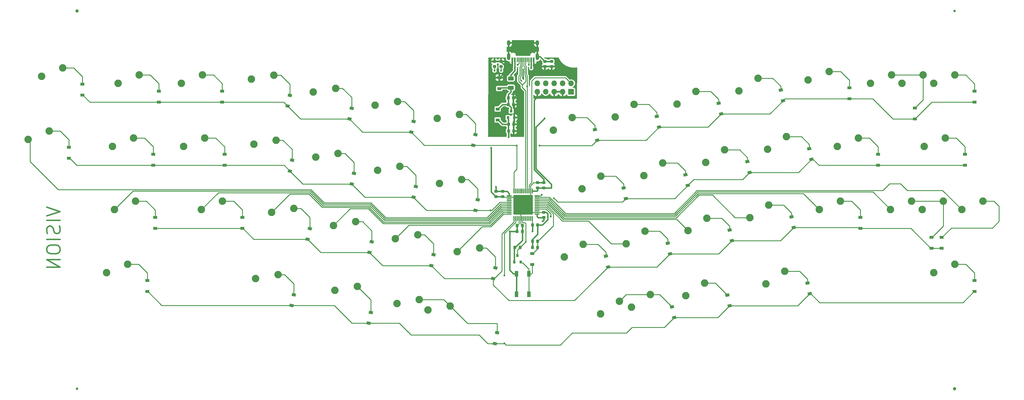
<source format=gbl>
G04 #@! TF.GenerationSoftware,KiCad,Pcbnew,(6.0.11-0)*
G04 #@! TF.CreationDate,2023-07-09T03:29:04+09:00*
G04 #@! TF.ProjectId,Vision,56697369-6f6e-42e6-9b69-6361645f7063,rev?*
G04 #@! TF.SameCoordinates,Original*
G04 #@! TF.FileFunction,Copper,L2,Bot*
G04 #@! TF.FilePolarity,Positive*
%FSLAX46Y46*%
G04 Gerber Fmt 4.6, Leading zero omitted, Abs format (unit mm)*
G04 Created by KiCad (PCBNEW (6.0.11-0)) date 2023-07-09 03:29:04*
%MOMM*%
%LPD*%
G01*
G04 APERTURE LIST*
G04 Aperture macros list*
%AMRoundRect*
0 Rectangle with rounded corners*
0 $1 Rounding radius*
0 $2 $3 $4 $5 $6 $7 $8 $9 X,Y pos of 4 corners*
0 Add a 4 corners polygon primitive as box body*
4,1,4,$2,$3,$4,$5,$6,$7,$8,$9,$2,$3,0*
0 Add four circle primitives for the rounded corners*
1,1,$1+$1,$2,$3*
1,1,$1+$1,$4,$5*
1,1,$1+$1,$6,$7*
1,1,$1+$1,$8,$9*
0 Add four rect primitives between the rounded corners*
20,1,$1+$1,$2,$3,$4,$5,0*
20,1,$1+$1,$4,$5,$6,$7,0*
20,1,$1+$1,$6,$7,$8,$9,0*
20,1,$1+$1,$8,$9,$2,$3,0*%
%AMRotRect*
0 Rectangle, with rotation*
0 The origin of the aperture is its center*
0 $1 length*
0 $2 width*
0 $3 Rotation angle, in degrees counterclockwise*
0 Add horizontal line*
21,1,$1,$2,0,0,$3*%
G04 Aperture macros list end*
%ADD10C,0.400000*%
G04 #@! TA.AperFunction,NonConductor*
%ADD11C,0.400000*%
G04 #@! TD*
G04 #@! TA.AperFunction,ComponentPad*
%ADD12C,2.250000*%
G04 #@! TD*
G04 #@! TA.AperFunction,SMDPad,CuDef*
%ADD13R,1.200000X0.900000*%
G04 #@! TD*
G04 #@! TA.AperFunction,SMDPad,CuDef*
%ADD14RotRect,0.900000X1.200000X78.000000*%
G04 #@! TD*
G04 #@! TA.AperFunction,SMDPad,CuDef*
%ADD15RotRect,0.900000X1.200000X102.000000*%
G04 #@! TD*
G04 #@! TA.AperFunction,SMDPad,CuDef*
%ADD16RoundRect,0.250000X0.625000X-0.375000X0.625000X0.375000X-0.625000X0.375000X-0.625000X-0.375000X0*%
G04 #@! TD*
G04 #@! TA.AperFunction,SMDPad,CuDef*
%ADD17RoundRect,0.218750X0.218750X0.256250X-0.218750X0.256250X-0.218750X-0.256250X0.218750X-0.256250X0*%
G04 #@! TD*
G04 #@! TA.AperFunction,SMDPad,CuDef*
%ADD18R,0.600000X1.450000*%
G04 #@! TD*
G04 #@! TA.AperFunction,SMDPad,CuDef*
%ADD19R,0.300000X1.450000*%
G04 #@! TD*
G04 #@! TA.AperFunction,ComponentPad*
%ADD20O,1.000000X1.600000*%
G04 #@! TD*
G04 #@! TA.AperFunction,ComponentPad*
%ADD21O,1.000000X2.100000*%
G04 #@! TD*
G04 #@! TA.AperFunction,SMDPad,CuDef*
%ADD22RoundRect,0.218750X-0.218750X-0.256250X0.218750X-0.256250X0.218750X0.256250X-0.218750X0.256250X0*%
G04 #@! TD*
G04 #@! TA.AperFunction,SMDPad,CuDef*
%ADD23RoundRect,0.218750X-0.256250X0.218750X-0.256250X-0.218750X0.256250X-0.218750X0.256250X0.218750X0*%
G04 #@! TD*
G04 #@! TA.AperFunction,SMDPad,CuDef*
%ADD24RoundRect,0.218750X0.256250X-0.218750X0.256250X0.218750X-0.256250X0.218750X-0.256250X-0.218750X0*%
G04 #@! TD*
G04 #@! TA.AperFunction,SMDPad,CuDef*
%ADD25R,0.800000X0.900000*%
G04 #@! TD*
G04 #@! TA.AperFunction,SMDPad,CuDef*
%ADD26RoundRect,0.050000X0.050000X-0.232500X0.050000X0.232500X-0.050000X0.232500X-0.050000X-0.232500X0*%
G04 #@! TD*
G04 #@! TA.AperFunction,SMDPad,CuDef*
%ADD27RoundRect,0.100000X0.100000X-0.182500X0.100000X0.182500X-0.100000X0.182500X-0.100000X-0.182500X0*%
G04 #@! TD*
G04 #@! TA.AperFunction,ComponentPad*
%ADD28R,1.700000X1.700000*%
G04 #@! TD*
G04 #@! TA.AperFunction,ComponentPad*
%ADD29O,1.700000X1.700000*%
G04 #@! TD*
G04 #@! TA.AperFunction,SMDPad,CuDef*
%ADD30R,1.100000X1.800000*%
G04 #@! TD*
G04 #@! TA.AperFunction,SMDPad,CuDef*
%ADD31C,0.750000*%
G04 #@! TD*
G04 #@! TA.AperFunction,SMDPad,CuDef*
%ADD32C,1.000000*%
G04 #@! TD*
G04 #@! TA.AperFunction,SMDPad,CuDef*
%ADD33RoundRect,0.075000X0.075000X-0.662500X0.075000X0.662500X-0.075000X0.662500X-0.075000X-0.662500X0*%
G04 #@! TD*
G04 #@! TA.AperFunction,SMDPad,CuDef*
%ADD34RoundRect,0.075000X0.662500X-0.075000X0.662500X0.075000X-0.662500X0.075000X-0.662500X-0.075000X0*%
G04 #@! TD*
G04 #@! TA.AperFunction,ViaPad*
%ADD35C,0.600000*%
G04 #@! TD*
G04 #@! TA.AperFunction,Conductor*
%ADD36C,0.381000*%
G04 #@! TD*
G04 #@! TA.AperFunction,Conductor*
%ADD37C,0.254000*%
G04 #@! TD*
G04 APERTURE END LIST*
D10*
D11*
X66559523Y-132166666D02*
X70559523Y-133500000D01*
X66559523Y-134833333D01*
X70559523Y-136166666D02*
X66559523Y-136166666D01*
X70369047Y-137880952D02*
X70559523Y-138452380D01*
X70559523Y-139404761D01*
X70369047Y-139785714D01*
X70178571Y-139976190D01*
X69797619Y-140166666D01*
X69416666Y-140166666D01*
X69035714Y-139976190D01*
X68845238Y-139785714D01*
X68654761Y-139404761D01*
X68464285Y-138642857D01*
X68273809Y-138261904D01*
X68083333Y-138071428D01*
X67702380Y-137880952D01*
X67321428Y-137880952D01*
X66940476Y-138071428D01*
X66750000Y-138261904D01*
X66559523Y-138642857D01*
X66559523Y-139595238D01*
X66750000Y-140166666D01*
X70559523Y-141880952D02*
X66559523Y-141880952D01*
X66559523Y-144547619D02*
X66559523Y-145309523D01*
X66750000Y-145690476D01*
X67130952Y-146071428D01*
X67892857Y-146261904D01*
X69226190Y-146261904D01*
X69988095Y-146071428D01*
X70369047Y-145690476D01*
X70559523Y-145309523D01*
X70559523Y-144547619D01*
X70369047Y-144166666D01*
X69988095Y-143785714D01*
X69226190Y-143595238D01*
X67892857Y-143595238D01*
X67130952Y-143785714D01*
X66750000Y-144166666D01*
X66559523Y-144547619D01*
X70559523Y-147976190D02*
X66559523Y-147976190D01*
X70559523Y-150261904D01*
X66559523Y-150261904D01*
D12*
X278290163Y-135358240D03*
X283973305Y-131553505D03*
X304595001Y-113900592D03*
X310945001Y-111360592D03*
X107795002Y-113900593D03*
X114145002Y-111360593D03*
X129446353Y-153763955D03*
X136185686Y-152599699D03*
X190157489Y-145656107D03*
X196896822Y-144491851D03*
X152890065Y-137734671D03*
X159629398Y-136570415D03*
X84570001Y-152000592D03*
X90920001Y-149460592D03*
X147540065Y-117124672D03*
X154279398Y-115960416D03*
X146840065Y-97494672D03*
X153579398Y-96330416D03*
X166173777Y-121085390D03*
X172913110Y-119921134D03*
X184807489Y-125046107D03*
X191546822Y-123881851D03*
X227749027Y-126630393D03*
X233432169Y-122825658D03*
X256396451Y-101058960D03*
X262079593Y-97254225D03*
X246382739Y-122669677D03*
X252065881Y-118864942D03*
X265016451Y-118708959D03*
X270699593Y-114904224D03*
X283650162Y-114748242D03*
X289333304Y-110943507D03*
X259656450Y-139318958D03*
X265339592Y-135514223D03*
X241022739Y-143279676D03*
X246705881Y-139474941D03*
X275030163Y-97098242D03*
X280713305Y-93293507D03*
X295850001Y-93790593D03*
X302200001Y-91250593D03*
X107095000Y-94850592D03*
X113445000Y-92310592D03*
X165473777Y-101455390D03*
X172213110Y-100291134D03*
X128906352Y-113163955D03*
X135645685Y-111999699D03*
X86951251Y-132950592D03*
X93301251Y-130410592D03*
X320666250Y-132950592D03*
X327016250Y-130410592D03*
X184107489Y-105416108D03*
X190846822Y-104251852D03*
X86363751Y-113900593D03*
X92713751Y-111360593D03*
X237762738Y-105019677D03*
X243445880Y-101214942D03*
X171523777Y-141695389D03*
X178263110Y-140531133D03*
X128206354Y-93533954D03*
X134945687Y-92369698D03*
X153367951Y-157311838D03*
X160107284Y-156147582D03*
X134256353Y-133773954D03*
X140995686Y-132609698D03*
X113145000Y-132950592D03*
X119495000Y-130410592D03*
X330788751Y-113900593D03*
X337138751Y-111360593D03*
X299235001Y-132950592D03*
X305585001Y-130410592D03*
X283100163Y-155348240D03*
X288783305Y-151543505D03*
X222389027Y-147240394D03*
X228072169Y-143435659D03*
X333654500Y-152000592D03*
X340004500Y-149460592D03*
X333655001Y-94850593D03*
X340005001Y-92310593D03*
X88045001Y-94850593D03*
X94395001Y-92310593D03*
X342097501Y-132950592D03*
X348447501Y-130410592D03*
X314605001Y-94850592D03*
X320955001Y-92310592D03*
X60955000Y-111760593D03*
X67305000Y-109220593D03*
X65025002Y-92710593D03*
X71375002Y-90170593D03*
X181318515Y-163252912D03*
X188057848Y-162088656D03*
X233337387Y-164388836D03*
X239020529Y-160584101D03*
X258958740Y-158942849D03*
X264641882Y-155138114D03*
X219129027Y-108980395D03*
X224812169Y-105175660D03*
X330191251Y-132950592D03*
X336541251Y-130410592D03*
X172001658Y-161272553D03*
X178740991Y-160108297D03*
X242654243Y-162408477D03*
X248337385Y-158603742D03*
X324130001Y-94850593D03*
X330480001Y-92310593D03*
D13*
X98673751Y-119590592D03*
X98673751Y-116290592D03*
X120105001Y-119590593D03*
X120105001Y-116290593D03*
D14*
X139764333Y-121289006D03*
X140450441Y-118061118D03*
X158398045Y-125249724D03*
X159084153Y-122021836D03*
X177031756Y-129210442D03*
X177717864Y-125982554D03*
X195665469Y-133171159D03*
X196351577Y-129943271D03*
D15*
X240973041Y-129636661D03*
X240286933Y-126408773D03*
X259606753Y-125675944D03*
X258920645Y-122448056D03*
X278240465Y-121715226D03*
X277554357Y-118487338D03*
X296874176Y-117754509D03*
X296188068Y-114526621D03*
D13*
X316905001Y-119590592D03*
X316905001Y-116290592D03*
X343098751Y-119590593D03*
X343098751Y-116290593D03*
D14*
X163748045Y-145859723D03*
X164434153Y-142631835D03*
X182381757Y-149820441D03*
X183067865Y-146592553D03*
X201015469Y-153781159D03*
X201701577Y-150553271D03*
D15*
X235613041Y-150246661D03*
X234926933Y-147018773D03*
X254246753Y-146285943D03*
X253560645Y-143058055D03*
X272880465Y-142325225D03*
X272194357Y-139097337D03*
X291514177Y-138364507D03*
X290828069Y-135136619D03*
D13*
X311545001Y-138640592D03*
X311545001Y-135340592D03*
X332976251Y-144640592D03*
X332976251Y-141340592D03*
D14*
X140304334Y-161889006D03*
X140990442Y-158661118D03*
D16*
X206335002Y-96150593D03*
X206335002Y-93350593D03*
D17*
X207122503Y-99250593D03*
X205547503Y-99250593D03*
D18*
X206775000Y-87695000D03*
X207550000Y-87695000D03*
D19*
X208250000Y-87695000D03*
X208750000Y-87695000D03*
X209250000Y-87695000D03*
X209750000Y-87695000D03*
X210250000Y-87695000D03*
X210750000Y-87695000D03*
X211250000Y-87695000D03*
X211750000Y-87695000D03*
D18*
X212450000Y-87695000D03*
X213225000Y-87695000D03*
D20*
X205680000Y-82600000D03*
D21*
X214320000Y-86780000D03*
D20*
X214320000Y-82600000D03*
D21*
X205680000Y-86780000D03*
D13*
X96880001Y-157690592D03*
X96880001Y-154390592D03*
D22*
X205547502Y-101250593D03*
X207122502Y-101250593D03*
D17*
X209087500Y-144400000D03*
X207512500Y-144400000D03*
D22*
X208212500Y-139500000D03*
X209787500Y-139500000D03*
D23*
X201835002Y-127463093D03*
X201835002Y-129038093D03*
D24*
X216200000Y-126387500D03*
X216200000Y-124812500D03*
D25*
X209250000Y-148800000D03*
X207350000Y-148800000D03*
X208300000Y-146800000D03*
D17*
X207187500Y-109200000D03*
X205612500Y-109200000D03*
D26*
X211000000Y-91456573D03*
X210500000Y-91456573D03*
D27*
X210000000Y-91456573D03*
D26*
X209500000Y-91456573D03*
X209000000Y-91456573D03*
X209000000Y-90621573D03*
X209500000Y-90621573D03*
D27*
X210000000Y-90621573D03*
D26*
X210500000Y-90621573D03*
X211000000Y-90621573D03*
D22*
X205612500Y-107200000D03*
X207187500Y-107200000D03*
D17*
X214387500Y-144400000D03*
X212812500Y-144400000D03*
D22*
X208212500Y-137750000D03*
X209787500Y-137750000D03*
D23*
X203835003Y-127463093D03*
X203835003Y-129038093D03*
D13*
X100355001Y-100540593D03*
X100355001Y-97240593D03*
X119405000Y-100540592D03*
X119405000Y-97240592D03*
D14*
X139064334Y-101659006D03*
X139750442Y-98431118D03*
X157698045Y-105619724D03*
X158384153Y-102391836D03*
X176331757Y-109580442D03*
X177017865Y-106352554D03*
X194965469Y-113541160D03*
X195651577Y-110313272D03*
D15*
X232353041Y-111986662D03*
X231666933Y-108758774D03*
X250986753Y-108025944D03*
X250300645Y-104798056D03*
X269620465Y-104065227D03*
X268934357Y-100837339D03*
X288254177Y-100104509D03*
X287568069Y-96876621D03*
D13*
X308285001Y-99480593D03*
X308285001Y-96180593D03*
X328000000Y-105600000D03*
X328000000Y-102300000D03*
X345965001Y-100540593D03*
X345965001Y-97240593D03*
X73265001Y-117450593D03*
X73265001Y-114150593D03*
X99261251Y-138640592D03*
X99261251Y-135340592D03*
X125455000Y-138640592D03*
X125455000Y-135340592D03*
D14*
X145114333Y-141899007D03*
X145800441Y-138671119D03*
X163456946Y-167213944D03*
X164143054Y-163986056D03*
D28*
X224475000Y-97400000D03*
D29*
X224475000Y-94860000D03*
X221935000Y-97400000D03*
X221935000Y-94860000D03*
X219395000Y-97400000D03*
X219395000Y-94860000D03*
X216855000Y-97400000D03*
X216855000Y-94860000D03*
X214315000Y-97400000D03*
X214315000Y-94860000D03*
D30*
X208050000Y-158500000D03*
X208050000Y-152300000D03*
X211750000Y-152300000D03*
X211750000Y-158500000D03*
D25*
X207350000Y-105200000D03*
X205450000Y-105200000D03*
X206400000Y-103200000D03*
D24*
X216600000Y-89787500D03*
X216600000Y-88212500D03*
D23*
X201400000Y-88212500D03*
X201400000Y-89787500D03*
D22*
X212812500Y-142500000D03*
X214387500Y-142500000D03*
D13*
X77335002Y-98400593D03*
X77335002Y-95100593D03*
X202335002Y-102600593D03*
X202335002Y-105900593D03*
D14*
X201493355Y-173358325D03*
X202179463Y-170130437D03*
D15*
X272182754Y-161949115D03*
X271496646Y-158721227D03*
X296324177Y-158354507D03*
X295638069Y-155126619D03*
X255491845Y-165496878D03*
X254805737Y-162268990D03*
D13*
X202835002Y-96400592D03*
X202835002Y-93100592D03*
X345964500Y-157690592D03*
X345964500Y-154390592D03*
D24*
X218600000Y-89787500D03*
X218600000Y-88212500D03*
X214400000Y-126387500D03*
X214400000Y-124812500D03*
D23*
X203399999Y-88212500D03*
X203399999Y-89787500D03*
D31*
X339957502Y-73000000D03*
X75715001Y-187040592D03*
D32*
X75715001Y-73000000D03*
X339957500Y-187040592D03*
D22*
X212812500Y-137600000D03*
X214387500Y-137600000D03*
D24*
X216200000Y-135337500D03*
X216200000Y-133762500D03*
D13*
X336000000Y-144640592D03*
X336000000Y-141340592D03*
D33*
X212750001Y-135653613D03*
X212250001Y-135653613D03*
X211750001Y-135653613D03*
X211250001Y-135653613D03*
X210750001Y-135653613D03*
X210250001Y-135653613D03*
X209750001Y-135653613D03*
X209250001Y-135653613D03*
X208750001Y-135653613D03*
X208250001Y-135653613D03*
X207750001Y-135653613D03*
X207250001Y-135653613D03*
D34*
X205837501Y-134241113D03*
X205837501Y-133741113D03*
X205837501Y-133241113D03*
X205837501Y-132741113D03*
X205837501Y-132241113D03*
X205837501Y-131741113D03*
X205837501Y-131241113D03*
X205837501Y-130741113D03*
X205837501Y-130241113D03*
X205837501Y-129741113D03*
X205837501Y-129241113D03*
X205837501Y-128741113D03*
D33*
X207250001Y-127328613D03*
X207750001Y-127328613D03*
X208250001Y-127328613D03*
X208750001Y-127328613D03*
X209250001Y-127328613D03*
X209750001Y-127328613D03*
X210250001Y-127328613D03*
X210750001Y-127328613D03*
X211250001Y-127328613D03*
X211750001Y-127328613D03*
X212250001Y-127328613D03*
X212750001Y-127328613D03*
D34*
X214162501Y-128741113D03*
X214162501Y-129241113D03*
X214162501Y-129741113D03*
X214162501Y-130241113D03*
X214162501Y-130741113D03*
X214162501Y-131241113D03*
X214162501Y-131741113D03*
X214162501Y-132241113D03*
X214162501Y-132741113D03*
X214162501Y-133241113D03*
X214162501Y-133741113D03*
X214162501Y-134241113D03*
D13*
X212800001Y-146250000D03*
X212800001Y-149550000D03*
D35*
X213225000Y-89400000D03*
X210000000Y-93250000D03*
X202100000Y-109400000D03*
X209275041Y-102424959D03*
X205550000Y-90450000D03*
X200400000Y-114300000D03*
X204400000Y-152800000D03*
X204400000Y-173349999D03*
X208100000Y-113600000D03*
X215000000Y-113600000D03*
X219300000Y-129525000D03*
X200200000Y-133200000D03*
X207549992Y-90250000D03*
X212450000Y-90250000D03*
X218375000Y-135025002D03*
X209500000Y-94099996D03*
X211250000Y-95800006D03*
X218500000Y-126400000D03*
X215900000Y-136462500D03*
X205612500Y-111050000D03*
X206000000Y-139550000D03*
X212812500Y-139550000D03*
X216500000Y-105400000D03*
X201800000Y-126100000D03*
X215650000Y-128450000D03*
X210800000Y-142687500D03*
X203400000Y-91000000D03*
X208400000Y-89200000D03*
X201400000Y-91000000D03*
X211750000Y-89199999D03*
D36*
X202399407Y-102600593D02*
X203749407Y-101250593D01*
X206335002Y-96150593D02*
X206335002Y-97464998D01*
X206335002Y-96150593D02*
X203085002Y-96150593D01*
X206335002Y-97464998D02*
X205547502Y-98252499D01*
X205547502Y-99250593D02*
X205547502Y-101250593D01*
X205547502Y-98252499D02*
X205547502Y-99250593D01*
X202335003Y-102600593D02*
X202399407Y-102600593D01*
X206400000Y-103200000D02*
X206400000Y-102103090D01*
X203749407Y-101250593D02*
X205547502Y-101250593D01*
X203085002Y-96150593D02*
X202835002Y-96400593D01*
X206400000Y-102103090D02*
X205547502Y-101250593D01*
X205200000Y-94700000D02*
X207600000Y-94700000D01*
D37*
X209250000Y-133875000D02*
X209249999Y-135653613D01*
D36*
X209787500Y-138412500D02*
X209787500Y-137750000D01*
D37*
X204091113Y-129241113D02*
X203850001Y-129000000D01*
X209250000Y-133850000D02*
X209850000Y-133250000D01*
D36*
X207187500Y-109200001D02*
X207187500Y-107200000D01*
X217400000Y-134200000D02*
X217400000Y-135989178D01*
D37*
X216178613Y-133741113D02*
X216200000Y-133762500D01*
D36*
X203400000Y-88212500D02*
X203400000Y-88300000D01*
X200400000Y-127603091D02*
X200400000Y-127369243D01*
D37*
X214162500Y-133741113D02*
X212741113Y-133741113D01*
D36*
X207350000Y-101550000D02*
X207350000Y-104369000D01*
X216200000Y-124812500D02*
X216200000Y-123800000D01*
X208100000Y-98273095D02*
X207584114Y-98788981D01*
X207122502Y-99250593D02*
X207122502Y-101250593D01*
X212812500Y-141925000D02*
X214387500Y-140350000D01*
X212812500Y-142500000D02*
X212812500Y-141925000D01*
X213225000Y-87695000D02*
X213225000Y-87925001D01*
X207350000Y-144562500D02*
X207512500Y-144400000D01*
X216200000Y-133762500D02*
X216962500Y-133762500D01*
X214300000Y-98900000D02*
X214300000Y-97415000D01*
X201835002Y-129038093D02*
X203835002Y-129038093D01*
X213315792Y-99884208D02*
X214300000Y-98900000D01*
X213225000Y-87695000D02*
X213225000Y-89400000D01*
X207350000Y-107037500D02*
X207187500Y-107200000D01*
X207584114Y-98788981D02*
X207122502Y-99250593D01*
X217400000Y-135989178D02*
X215789178Y-137600000D01*
D37*
X208049999Y-129750000D02*
X208050000Y-132675000D01*
D36*
X213315792Y-120915792D02*
X213315792Y-99884208D01*
X205550000Y-90450000D02*
X206775001Y-89225000D01*
D37*
X213187500Y-124812500D02*
X214400000Y-124812500D01*
D36*
X207512500Y-144400000D02*
X207600000Y-144400000D01*
X214387500Y-140350000D02*
X214387500Y-138175000D01*
X209787500Y-137750000D02*
X209787500Y-137624000D01*
X212812500Y-144400000D02*
X212812500Y-142500000D01*
X207350000Y-149000000D02*
X207350000Y-144562500D01*
D37*
X212250000Y-127328613D02*
X212250000Y-125750000D01*
D36*
X207600000Y-94700000D02*
X208100000Y-95200000D01*
X207350000Y-104369000D02*
X207350000Y-105200001D01*
D37*
X214162500Y-133741113D02*
X216178613Y-133741113D01*
D36*
X202835002Y-93100593D02*
X202835002Y-93931593D01*
X216200000Y-124812500D02*
X214400000Y-124812500D01*
X218600000Y-89787500D02*
X216600000Y-89787499D01*
X202835002Y-93931593D02*
X203603409Y-94700000D01*
X201835002Y-129038093D02*
X200400000Y-127603091D01*
X200400000Y-127369243D02*
X200400000Y-114300000D01*
D37*
X209250000Y-137212500D02*
X209787500Y-137750000D01*
D36*
X214300000Y-97415000D02*
X214315000Y-97400000D01*
D37*
X208050000Y-132675000D02*
X209250000Y-133875000D01*
D36*
X213612500Y-89787500D02*
X213225000Y-89400000D01*
X201400000Y-88212500D02*
X203400000Y-88212500D01*
X216962500Y-133762500D02*
X217400000Y-134200000D01*
X209787500Y-142212501D02*
X209787500Y-139500000D01*
X202835002Y-93100593D02*
X202899406Y-93100593D01*
X206775000Y-87925000D02*
X206775000Y-87695000D01*
X214387500Y-138175000D02*
X214387500Y-137600000D01*
D37*
X207541113Y-129241113D02*
X208049999Y-129750000D01*
X212741113Y-133741113D02*
X212250000Y-133250000D01*
X209249999Y-135653613D02*
X209250000Y-133850000D01*
D36*
X216600000Y-89787499D02*
X213612500Y-89787500D01*
X208100000Y-95200000D02*
X208100000Y-98273095D01*
X210000000Y-90621573D02*
X210000000Y-91456574D01*
X203400000Y-88300000D02*
X205550000Y-90450000D01*
X207122502Y-101250593D02*
X207122502Y-101322502D01*
X207600000Y-144400000D02*
X209787500Y-142212501D01*
D37*
X205837500Y-129241113D02*
X207541113Y-129241113D01*
D36*
X214925000Y-137600000D02*
X214387500Y-137600000D01*
X207122502Y-101322502D02*
X207350000Y-101550000D01*
X203603409Y-94700000D02*
X205200000Y-94700000D01*
X209787500Y-139500000D02*
X209787500Y-138412500D01*
X202899406Y-93100593D02*
X205550000Y-90450000D01*
D37*
X212250000Y-127328613D02*
X212250000Y-133250000D01*
D36*
X215789178Y-137600000D02*
X214925000Y-137600000D01*
D37*
X209249999Y-135653613D02*
X209250000Y-137212500D01*
D36*
X206775001Y-89225000D02*
X206775000Y-87695000D01*
X207350000Y-105200001D02*
X207350000Y-107037500D01*
X210000000Y-91456574D02*
X210000000Y-93250000D01*
D37*
X205837500Y-129241113D02*
X204091113Y-129241113D01*
D36*
X216200000Y-123800000D02*
X213315792Y-120915792D01*
D37*
X212250000Y-125750000D02*
X213187500Y-124812500D01*
X209850000Y-133250000D02*
X212250000Y-133250000D01*
X71375003Y-90170593D02*
X74670593Y-90170593D01*
X74670593Y-90170593D02*
X74775000Y-90275000D01*
X77335002Y-94396593D02*
X77335002Y-95100593D01*
X74677002Y-90177002D02*
X74775000Y-90275000D01*
X74677002Y-90170593D02*
X74677002Y-90177002D01*
X74775000Y-90275000D02*
X77335001Y-92835002D01*
X77335001Y-92835002D02*
X77335002Y-94396593D01*
X224800000Y-170200000D02*
X221200000Y-173800000D01*
X139590930Y-161889006D02*
X140304334Y-161889006D01*
X196800000Y-170800000D02*
X199358325Y-173358325D01*
X299300000Y-161000000D02*
X342499999Y-161000000D01*
X140304334Y-161889006D02*
X153189006Y-161889006D01*
X221200000Y-173800000D02*
X204850000Y-173799999D01*
X242847912Y-168452088D02*
X241100000Y-170200000D01*
X252536635Y-168452088D02*
X242847912Y-168452088D01*
X268634991Y-165496878D02*
X255491845Y-165496878D01*
X296654507Y-158354507D02*
X299300000Y-161000000D01*
X342499999Y-161000000D02*
X345809409Y-157690591D01*
X272182754Y-161949115D02*
X268634991Y-165496878D01*
X158513944Y-167213944D02*
X163456946Y-167213944D01*
X101189006Y-161889005D02*
X139590930Y-161889006D01*
X199358325Y-173358325D02*
X201493355Y-173358325D01*
X163456946Y-167213944D02*
X172713944Y-167213944D01*
X241100000Y-170200000D02*
X224800000Y-170200000D01*
X96880001Y-157690592D02*
X96990592Y-157690592D01*
X96990592Y-157690592D02*
X101189006Y-161889005D01*
X207750000Y-135653613D02*
X207750000Y-136796592D01*
X201493355Y-173358325D02*
X204391674Y-173358325D01*
X292729568Y-161949116D02*
X296324177Y-158354507D01*
X176300000Y-170800000D02*
X196800000Y-170800000D01*
X207750000Y-136796592D02*
X204400000Y-140146592D01*
X255491845Y-165496878D02*
X252536635Y-168452088D01*
X153189006Y-161889006D02*
X158513944Y-167213944D01*
X345809409Y-157690591D02*
X345964500Y-157690591D01*
X204850000Y-173799999D02*
X204400000Y-173349999D01*
X204400000Y-140146592D02*
X204400000Y-152375736D01*
X296324177Y-158354507D02*
X296654507Y-158354507D01*
X172713944Y-167213944D02*
X176300000Y-170800000D01*
X204391674Y-173358325D02*
X204400000Y-173349999D01*
X204400000Y-152375736D02*
X204400000Y-152800000D01*
X272182754Y-161949116D02*
X292729568Y-161949116D01*
X98673751Y-113998751D02*
X98673751Y-115586593D01*
X96035593Y-111360593D02*
X98673751Y-113998751D01*
X98673751Y-115586593D02*
X98673751Y-116290593D01*
X92713751Y-111360593D02*
X94304741Y-111360593D01*
X96015751Y-111360593D02*
X96035593Y-111360593D01*
X94304741Y-111360593D02*
X96035593Y-111360593D01*
X215424264Y-113600000D02*
X215000000Y-113600000D01*
X288254177Y-100145823D02*
X284334774Y-104065226D01*
X270333869Y-104065226D02*
X269620465Y-104065226D01*
X77400593Y-98400593D02*
X79540593Y-100540593D01*
X180292475Y-113541160D02*
X194965469Y-113541160D01*
X308285001Y-99480593D02*
X288878093Y-99480593D01*
X345965001Y-100540593D02*
X333059407Y-100540593D01*
X208100000Y-120725000D02*
X207249999Y-121575000D01*
X207250000Y-126491113D02*
X207250000Y-127328613D01*
X251012697Y-108000000D02*
X265685691Y-108000000D01*
X77335002Y-98400593D02*
X77400593Y-98400593D01*
X288254177Y-100104509D02*
X288254177Y-100145823D01*
X100355001Y-100540593D02*
X101209002Y-100540592D01*
X250986753Y-108025944D02*
X251012697Y-108000000D01*
X143025052Y-105619724D02*
X157698045Y-105619724D01*
X315280593Y-99480594D02*
X321400000Y-105600000D01*
X232353041Y-111986662D02*
X247026035Y-111986662D01*
X119405000Y-100540592D02*
X137945920Y-100540592D01*
X321400000Y-105600000D02*
X327999999Y-105600000D01*
X333059407Y-100540593D02*
X327999999Y-105600000D01*
X137945920Y-100540592D02*
X139064334Y-101659006D01*
X176331757Y-109580442D02*
X180292475Y-113541160D01*
X247026035Y-111986662D02*
X250986753Y-108025944D01*
X288878093Y-99480593D02*
X288254177Y-100104509D01*
X79540593Y-100540593D02*
X99501001Y-100540593D01*
X265685691Y-108000000D02*
X269043879Y-104641812D01*
X194965469Y-113541160D02*
X208041160Y-113541160D01*
X99501001Y-100540593D02*
X100355001Y-100540593D01*
X269043879Y-104641812D02*
X269620465Y-104065226D01*
X101209002Y-100540592D02*
X119405000Y-100540592D01*
X161658763Y-109580442D02*
X176331757Y-109580442D01*
X308285001Y-99480593D02*
X315280593Y-99480594D01*
X284334774Y-104065226D02*
X270333869Y-104065226D01*
X207249999Y-121575000D02*
X207250000Y-126491113D01*
X208100000Y-113600000D02*
X208100000Y-120725000D01*
X232353041Y-111986662D02*
X230739703Y-113600000D01*
X157698045Y-105619724D02*
X161658763Y-109580442D01*
X208041160Y-113541160D02*
X208100000Y-113600000D01*
X230739703Y-113600000D02*
X215424264Y-113600000D01*
X139064334Y-101659006D02*
X143025052Y-105619724D01*
X120105001Y-114005001D02*
X120105001Y-116290593D01*
X114145001Y-111360593D02*
X117460593Y-111360593D01*
X117460593Y-111360593D02*
X120105001Y-114005001D01*
X117447001Y-111360593D02*
X117460593Y-111360593D01*
X140450441Y-118061119D02*
X140450441Y-114750441D01*
X137699699Y-111999699D02*
X135645686Y-111999699D01*
X140450441Y-114750441D02*
X137699699Y-111999699D01*
X156360416Y-115960416D02*
X154279398Y-115960416D01*
X159084153Y-118684153D02*
X156360416Y-115960416D01*
X159084153Y-122021836D02*
X159084153Y-118684153D01*
X177717865Y-122617865D02*
X175021134Y-119921134D01*
X177717865Y-125982554D02*
X177717865Y-122617865D01*
X175021134Y-119921134D02*
X172913110Y-119921133D01*
X196351577Y-126651578D02*
X193581850Y-123881850D01*
X193581850Y-123881850D02*
X191546822Y-123881850D01*
X196351577Y-129943271D02*
X196351577Y-126651578D01*
X237925658Y-122825659D02*
X233432169Y-122825658D01*
X240286933Y-126408774D02*
X240286933Y-125186933D01*
X240286933Y-125186933D02*
X237925658Y-122825659D01*
X258920645Y-121220645D02*
X258920645Y-122448056D01*
X256564942Y-118864942D02*
X258920645Y-121220645D01*
X252065881Y-118864942D02*
X256564942Y-118864942D01*
X270699593Y-114904224D02*
X275204224Y-114904224D01*
X277554357Y-117254357D02*
X277554357Y-118487338D01*
X275204224Y-114904224D02*
X277554357Y-117254357D01*
X289333304Y-110943507D02*
X293843506Y-110943507D01*
X296188068Y-113288068D02*
X296188067Y-114526621D01*
X293843506Y-110943507D02*
X296188068Y-113288068D01*
X316905001Y-113993593D02*
X314272001Y-111360593D01*
X310945002Y-111360593D02*
X314247001Y-111360593D01*
X314272001Y-111360593D02*
X310945002Y-111360593D01*
X316905001Y-116290593D02*
X316905001Y-113993593D01*
X343098751Y-116290593D02*
X343098751Y-113993593D01*
X343098751Y-113993593D02*
X340465751Y-111360593D01*
X340465751Y-111360593D02*
X337138751Y-111360593D01*
X337138751Y-111360593D02*
X340440751Y-111360593D01*
X342244751Y-119590592D02*
X316905001Y-119590593D01*
X278240465Y-121715226D02*
X292913459Y-121715226D01*
X120105001Y-119590593D02*
X138065919Y-119590593D01*
X180921158Y-133171159D02*
X194952065Y-133171159D01*
X157684641Y-125249724D02*
X158398045Y-125249724D01*
X73265001Y-117450593D02*
X73450593Y-117450593D01*
X292913459Y-121715226D02*
X296874176Y-117754509D01*
X194952065Y-133171159D02*
X195665469Y-133171159D01*
X203050000Y-130750000D02*
X205828613Y-130750000D01*
X219599999Y-129824999D02*
X219300000Y-129525000D01*
X177031757Y-129210442D02*
X177031757Y-129281757D01*
X276052324Y-123903367D02*
X277663879Y-122291812D01*
X139764333Y-121314333D02*
X143700000Y-125250000D01*
X200171159Y-133171160D02*
X200200000Y-133200000D01*
X200200000Y-133200000D02*
X200600000Y-133200000D01*
X177031757Y-129281757D02*
X180921158Y-133171159D01*
X98673751Y-119590593D02*
X120105001Y-119590593D01*
X73450593Y-117450593D02*
X75590593Y-119590593D01*
X240973041Y-129636661D02*
X239959704Y-130649999D01*
X157442634Y-125250000D02*
X157442911Y-125249724D01*
X75590593Y-119590593D02*
X97819751Y-119590593D01*
X138065919Y-119590593D02*
X139764334Y-121289007D01*
X255646036Y-129636662D02*
X259606753Y-125675944D01*
X277663879Y-122291812D02*
X278240465Y-121715226D01*
X239959704Y-130649999D02*
X220424999Y-130649999D01*
X143700000Y-125250000D02*
X157442634Y-125250000D01*
X157442911Y-125249724D02*
X157684641Y-125249724D01*
X259606753Y-125675944D02*
X261379330Y-123903367D01*
X240973041Y-129636661D02*
X255646036Y-129636662D01*
X297254509Y-117754509D02*
X299090594Y-119590593D01*
X200600000Y-133200000D02*
X203050000Y-130750000D01*
X176318353Y-129210442D02*
X177031757Y-129210442D01*
X139764334Y-121289007D02*
X139764333Y-121314333D01*
X97819751Y-119590593D02*
X98673751Y-119590593D01*
X261379330Y-123903367D02*
X276052324Y-123903367D01*
X343098752Y-119590593D02*
X342244751Y-119590592D01*
X296874176Y-117754509D02*
X297254509Y-117754509D01*
X162358763Y-129210442D02*
X176318353Y-129210442D01*
X220424999Y-130649999D02*
X219599999Y-129824999D01*
X205828613Y-130750000D02*
X205837500Y-130741113D01*
X299090594Y-119590593D02*
X316905001Y-119590593D01*
X158398045Y-125249724D02*
X162358763Y-129210442D01*
X195665469Y-133171159D02*
X200171159Y-133171160D01*
X164434153Y-142631835D02*
X164434153Y-139334153D01*
X164434153Y-139334153D02*
X161670415Y-136570414D01*
X161670415Y-136570414D02*
X159629398Y-136570415D01*
X183067864Y-146592553D02*
X183067865Y-143267865D01*
X183067865Y-143267865D02*
X180331133Y-140531133D01*
X180331133Y-140531133D02*
X178263110Y-140531133D01*
X201701577Y-150553271D02*
X201701577Y-147201576D01*
X198991852Y-144491851D02*
X196896822Y-144491851D01*
X201701577Y-147201576D02*
X198991852Y-144491851D01*
X234926933Y-147018773D02*
X234926933Y-145826932D01*
X232535659Y-143435659D02*
X228072169Y-143435659D01*
X234926933Y-145826932D02*
X232535659Y-143435659D01*
X251174941Y-139474941D02*
X246705881Y-139474941D01*
X253560645Y-141860645D02*
X251174941Y-139474941D01*
X253560645Y-143058055D02*
X253560645Y-141860645D01*
X272194357Y-137894357D02*
X269814223Y-135514223D01*
X272194357Y-139097336D02*
X272194357Y-137894357D01*
X269814223Y-135514223D02*
X265339592Y-135514223D01*
X290828069Y-133928069D02*
X288453505Y-131553505D01*
X288453505Y-131553505D02*
X283973305Y-131553505D01*
X290828069Y-135136619D02*
X290828069Y-133928069D01*
X311545001Y-133043592D02*
X308912001Y-130410592D01*
X308912001Y-130410592D02*
X305585001Y-130410592D01*
X305585001Y-130410592D02*
X308887001Y-130410592D01*
X311545002Y-135340592D02*
X311545001Y-133043592D01*
X336541251Y-130410592D02*
X336541251Y-137925592D01*
X333126251Y-141340592D02*
X332976250Y-141340592D01*
X327016251Y-130410592D02*
X336541251Y-130410592D01*
X336541251Y-137925592D02*
X333126251Y-141340592D01*
X338975000Y-138475000D02*
X351325000Y-138475000D01*
X353350000Y-136450000D02*
X353350000Y-132000000D01*
X348447501Y-130410592D02*
X351760592Y-130410592D01*
X351325000Y-138475000D02*
X353350000Y-136450000D01*
X351760592Y-130410592D02*
X353300000Y-131950000D01*
X336150000Y-141300000D02*
X338975000Y-138475000D01*
X96880001Y-153686592D02*
X96880001Y-154390592D01*
X94222001Y-149460592D02*
X94260593Y-149460592D01*
X90920001Y-149460592D02*
X94260593Y-149460592D01*
X94260593Y-149460592D02*
X96880001Y-152080001D01*
X96880001Y-152080001D02*
X96880001Y-153686592D01*
X140990442Y-155390442D02*
X138199698Y-152599698D01*
X140990442Y-158661118D02*
X140990442Y-155390442D01*
X138199698Y-152599698D02*
X136185687Y-152599698D01*
X186077489Y-160108297D02*
X178740991Y-160108297D01*
X193269192Y-167300000D02*
X188057848Y-162088656D01*
X202200000Y-167300000D02*
X193269192Y-167300000D01*
X202179463Y-170130437D02*
X202179463Y-167320537D01*
X188057848Y-162088656D02*
X186077489Y-160108297D01*
X202179463Y-167320537D02*
X202200000Y-167300000D01*
X272880465Y-142325224D02*
X287553459Y-142325224D01*
X125455000Y-138640592D02*
X125640592Y-138640593D01*
X205700000Y-160400000D02*
X225459702Y-160400000D01*
X201015468Y-153781159D02*
X201015469Y-155715469D01*
X268919747Y-146285942D02*
X272880465Y-142325224D01*
X163748045Y-145859723D02*
X167708763Y-149820441D01*
X291514177Y-138364507D02*
X311268916Y-138364507D01*
X235613041Y-150246661D02*
X250286035Y-150246661D01*
X232229850Y-153629851D02*
X235613041Y-150246661D01*
X201318841Y-153781159D02*
X203600000Y-151500000D01*
X167708763Y-149820441D02*
X182381757Y-149820441D01*
X232078543Y-153781159D02*
X232229850Y-153629851D01*
X287553459Y-142325224D02*
X291514177Y-138364507D01*
X311268916Y-138364507D02*
X311545001Y-138640592D01*
X254246753Y-146285942D02*
X268919747Y-146285942D01*
X225459702Y-160400000D02*
X232229850Y-153629851D01*
X250286035Y-150246661D02*
X254246753Y-146285942D01*
X332976251Y-144640592D02*
X336000000Y-144640592D01*
X128899006Y-141899006D02*
X144400929Y-141899006D01*
X125640592Y-138640593D02*
X128899006Y-141899006D01*
X149075050Y-145859723D02*
X163748045Y-145859723D01*
X203600000Y-140300000D02*
X207250000Y-136650000D01*
X201015468Y-153781159D02*
X186342475Y-153781159D01*
X203600000Y-151500000D02*
X203600000Y-140300000D01*
X201015468Y-153781159D02*
X201318841Y-153781159D01*
X201015469Y-155715469D02*
X205700000Y-160400000D01*
X311545001Y-138640592D02*
X326790592Y-138640592D01*
X145114333Y-141899006D02*
X149075050Y-145859723D01*
X144400929Y-141899006D02*
X145114333Y-141899006D01*
X326790592Y-138640592D02*
X333000000Y-144850000D01*
X186342475Y-153781159D02*
X182381757Y-149820441D01*
X99261251Y-138640592D02*
X125455000Y-138640592D01*
X207250000Y-136650000D02*
X207250000Y-135653613D01*
X241000888Y-158603742D02*
X239020529Y-160584101D01*
X248337385Y-158603742D02*
X241000888Y-158603742D01*
X251140489Y-158603742D02*
X248337385Y-158603742D01*
X254805737Y-162268990D02*
X251140489Y-158603742D01*
X267913533Y-155138114D02*
X264641882Y-155138114D01*
X271496646Y-158721227D02*
X267913533Y-155138114D01*
X295638069Y-153938069D02*
X293243505Y-151543505D01*
X295638070Y-155126619D02*
X295638069Y-153938069D01*
X293243505Y-151543505D02*
X288783305Y-151543505D01*
X345964500Y-154390591D02*
X345964500Y-152093591D01*
X343331500Y-149460591D02*
X340004500Y-149460591D01*
X345964500Y-152093591D02*
X343331500Y-149460591D01*
X340004500Y-149460591D02*
X343306499Y-149460591D01*
X211750000Y-152300000D02*
X211749999Y-158500000D01*
X209899999Y-149000000D02*
X209250001Y-149000000D01*
X211750000Y-152300000D02*
X212554000Y-152300000D01*
X212800000Y-150254000D02*
X212800000Y-149550000D01*
X211750000Y-150850000D02*
X209899999Y-149000000D01*
X211750000Y-152300000D02*
X211750000Y-150850000D01*
X212554000Y-152300000D02*
X212800000Y-152054000D01*
X212800000Y-152054000D02*
X212800000Y-150254000D01*
D36*
X206335003Y-93350593D02*
X206335002Y-92264999D01*
X207550000Y-87695000D02*
X207550000Y-90249992D01*
X207549992Y-91050008D02*
X207549992Y-90250000D01*
X207550000Y-90249992D02*
X207549992Y-90250000D01*
X206335002Y-92264999D02*
X207549992Y-91050008D01*
X212450001Y-87695000D02*
X212450000Y-90250000D01*
D37*
X256241336Y-135903844D02*
X222043622Y-135903844D01*
X217380891Y-131241113D02*
X214999999Y-131241113D01*
X222043622Y-135903844D02*
X217380891Y-131241113D01*
X214999999Y-131241113D02*
X214162500Y-131241113D01*
X259656450Y-139318958D02*
X256241336Y-135903844D01*
X222422386Y-134989422D02*
X217674077Y-130241113D01*
X294373831Y-128089422D02*
X262785578Y-128089422D01*
X255885578Y-134989422D02*
X222422386Y-134989422D01*
X217674077Y-130241113D02*
X215000000Y-130241113D01*
X299235001Y-132950592D02*
X294373831Y-128089422D01*
X215000000Y-130241113D02*
X214162501Y-130241113D01*
X262785578Y-128089422D02*
X255885578Y-134989422D01*
X168467352Y-135813945D02*
X199346277Y-135813945D01*
X88076250Y-131823750D02*
X92542789Y-127357211D01*
X163981774Y-131328367D02*
X168467352Y-135813945D01*
X92542789Y-127357211D02*
X145950397Y-127357211D01*
X199346277Y-135813945D02*
X202419109Y-132741113D01*
X145950397Y-127357211D02*
X149921552Y-131328366D01*
X88076251Y-131825593D02*
X88076250Y-131823750D01*
X205837500Y-131741113D02*
X203419109Y-131741112D01*
X203419109Y-131741112D02*
X202419109Y-132741113D01*
X149921552Y-131328366D02*
X163981774Y-131328367D01*
X86951251Y-132950592D02*
X88076251Y-131825593D01*
X149732170Y-131785579D02*
X163792392Y-131785578D01*
X163792392Y-131785578D02*
X168277970Y-136271156D01*
X204958887Y-132241113D02*
X205837500Y-132241113D01*
X204916097Y-132283903D02*
X204958887Y-132241113D01*
X199535658Y-136271156D02*
X203522911Y-132283903D01*
X203522911Y-132283903D02*
X204916097Y-132283903D01*
X118281170Y-127814422D02*
X145761015Y-127814422D01*
X145761015Y-127814422D02*
X149732170Y-131785579D01*
X113145000Y-132950592D02*
X118281170Y-127814422D01*
X168277970Y-136271156D02*
X199535658Y-136271156D01*
X190157489Y-145656107D02*
X197713596Y-138100000D01*
X197713596Y-138100000D02*
X200300000Y-138100000D01*
X204158887Y-134241113D02*
X205837500Y-134241113D01*
X200300000Y-138100000D02*
X204158887Y-134241113D01*
X152890065Y-137734671D02*
X157924736Y-132700001D01*
X157924736Y-132700001D02*
X163413628Y-132700000D01*
X199914422Y-137185577D02*
X203858887Y-133241113D01*
X203858887Y-133241113D02*
X205837500Y-133241113D01*
X167899206Y-137185578D02*
X199914422Y-137185577D01*
X163413628Y-132700000D02*
X167899206Y-137185578D01*
X146139780Y-126900001D02*
X150110934Y-130871156D01*
X61550000Y-118450000D02*
X70000000Y-126900000D01*
X164171156Y-130871156D02*
X168656734Y-135356734D01*
X203272515Y-131241114D02*
X205837500Y-131241113D01*
X168656734Y-135356734D02*
X199156894Y-135356734D01*
X199156894Y-135356734D02*
X203272515Y-131241114D01*
X61550000Y-112355593D02*
X61550000Y-118450000D01*
X150110934Y-130871156D02*
X164171156Y-130871156D01*
X60955000Y-111760593D02*
X61550000Y-112355593D01*
X70000000Y-126900000D02*
X146139780Y-126900001D01*
X168088588Y-136728367D02*
X199725041Y-136728367D01*
X163603010Y-132242789D02*
X168088588Y-136728367D01*
X145571632Y-128271633D02*
X149542789Y-132242789D01*
X134256353Y-133773954D02*
X139758674Y-128271633D01*
X139778367Y-128271632D02*
X145571632Y-128271633D01*
X199725041Y-136728367D02*
X203712295Y-132741114D01*
X149542789Y-132242789D02*
X163603010Y-132242789D01*
X139758674Y-128271633D02*
X139778367Y-128271632D01*
X203712295Y-132741114D02*
X205837500Y-132741113D01*
X205837500Y-133741113D02*
X204012295Y-133741113D01*
X204012295Y-133741113D02*
X200110619Y-137642789D01*
X175576377Y-137642789D02*
X171523777Y-141695389D01*
X200110619Y-137642789D02*
X175576377Y-137642789D01*
X241022739Y-143279677D02*
X236579676Y-143279676D01*
X221854240Y-136361055D02*
X217234298Y-131741113D01*
X215000000Y-131741113D02*
X214162500Y-131741113D01*
X229661054Y-136361055D02*
X221854240Y-136361055D01*
X236579676Y-143279676D02*
X229661054Y-136361055D01*
X217234298Y-131741113D02*
X215000000Y-131741113D01*
X216941112Y-132741113D02*
X218375000Y-134175000D01*
X214162500Y-132741113D02*
X216941112Y-132741113D01*
X218375000Y-134175000D02*
X218374999Y-134600737D01*
X218374999Y-134600737D02*
X218375000Y-135025002D01*
X208700000Y-92550000D02*
X209000000Y-92250000D01*
X209780794Y-95219206D02*
X209730794Y-95219206D01*
X210250000Y-89750000D02*
X210530210Y-90030210D01*
X209000000Y-92250000D02*
X209000000Y-90450000D01*
X210530210Y-91456574D02*
X210530209Y-92426802D01*
X210792789Y-92689381D02*
X210792789Y-94207211D01*
X208700000Y-94200000D02*
X208700000Y-92550000D01*
X210530209Y-92426802D02*
X210792789Y-92689381D01*
X209000000Y-89835595D02*
X209000000Y-90950000D01*
X209250000Y-87695000D02*
X209250000Y-89585595D01*
X210792789Y-94207211D02*
X209780794Y-95219206D01*
X209750000Y-96050000D02*
X209750000Y-95250000D01*
X210530210Y-90030210D02*
X210530210Y-91590593D01*
X210750000Y-97050000D02*
X209750000Y-96050000D01*
X210250000Y-87695000D02*
X210250000Y-89750000D01*
X210750000Y-127328613D02*
X210750000Y-97050000D01*
X209730795Y-95230794D02*
X208700000Y-94200000D01*
X209250000Y-89585595D02*
X209000000Y-89835595D01*
X211250000Y-97450000D02*
X211250000Y-95800006D01*
X210750000Y-89593998D02*
X211000000Y-89843998D01*
X211000000Y-90621573D02*
X210999999Y-91456573D01*
X211000000Y-92250000D02*
X211250000Y-92500000D01*
X211249999Y-95375742D02*
X211250000Y-95800006D01*
X210999999Y-91456573D02*
X211000000Y-92250000D01*
X209457211Y-90042789D02*
X209457211Y-92439382D01*
X211000001Y-90239073D02*
X211000000Y-90621573D01*
X209457211Y-92439382D02*
X209200001Y-92696592D01*
X211250000Y-92500000D02*
X211249999Y-95375742D01*
X211250000Y-127328613D02*
X211250000Y-97450000D01*
X209750000Y-87695000D02*
X209750000Y-89750000D01*
X210750000Y-87695000D02*
X210750000Y-89593998D01*
X209200001Y-92696592D02*
X209200001Y-93799997D01*
X209750000Y-89750000D02*
X209457211Y-90042789D01*
X209200001Y-93799997D02*
X209500000Y-94099996D01*
X211000000Y-89843998D02*
X211000001Y-90239073D01*
D36*
X216200000Y-135337500D02*
X216200000Y-136162500D01*
X206000000Y-139550000D02*
X208162500Y-139550000D01*
X202335002Y-105900593D02*
X202500594Y-105900593D01*
X218487499Y-126387500D02*
X218500000Y-126400000D01*
X213900004Y-107974997D02*
X213925003Y-107974997D01*
X208162500Y-139550000D02*
X208212500Y-139500000D01*
X216199999Y-126387500D02*
X218487499Y-126387500D01*
X218499999Y-125273801D02*
X213900003Y-120673806D01*
X214400000Y-127100002D02*
X214171387Y-127328614D01*
X214400000Y-126387500D02*
X216199999Y-126387500D01*
X205600000Y-105350000D02*
X205599999Y-109187500D01*
X205599999Y-109187500D02*
X205612500Y-109199999D01*
X205837500Y-128087500D02*
X205837500Y-128697403D01*
X207119000Y-152300000D02*
X208050000Y-152300000D01*
X213925003Y-107974997D02*
X216500000Y-105400000D01*
X214400000Y-126387500D02*
X214400000Y-127100002D01*
X213900003Y-120673806D02*
X213900004Y-107974997D01*
X216187500Y-135350000D02*
X214550000Y-135349999D01*
D37*
X208750001Y-137212500D02*
X208212500Y-137750000D01*
X212750000Y-135653613D02*
X212750000Y-137537500D01*
D36*
X201800000Y-127428091D02*
X201835002Y-127463093D01*
X216200000Y-136162500D02*
X215900000Y-136462500D01*
X208050000Y-152300000D02*
X208050000Y-158499999D01*
X208212500Y-137750000D02*
X208212500Y-137687500D01*
X205612500Y-109199999D02*
X205612500Y-111012500D01*
X218500000Y-126400000D02*
X218499999Y-125273801D01*
X212812500Y-137600000D02*
X212812500Y-139550000D01*
X214162500Y-134962500D02*
X214162500Y-134284823D01*
X205612500Y-111012500D02*
X205650000Y-111050000D01*
X206000000Y-151181000D02*
X207119000Y-152300000D01*
X201835002Y-127463093D02*
X203835002Y-127463093D01*
X205450000Y-105199999D02*
X205600000Y-105350000D01*
X205213093Y-127463093D02*
X205837500Y-128087500D01*
X201800000Y-126100000D02*
X201800000Y-127428091D01*
D37*
X212750000Y-137537500D02*
X212812500Y-137600000D01*
D36*
X203800000Y-107200000D02*
X205612500Y-107200000D01*
D37*
X208750000Y-135653613D02*
X208750001Y-137212500D01*
D36*
X203835002Y-127463093D02*
X205213093Y-127463093D01*
X214171387Y-127328614D02*
X213221387Y-127328613D01*
X206000000Y-139550000D02*
X206000000Y-151181000D01*
X202500594Y-105900593D02*
X203800000Y-107200000D01*
X213221387Y-127328613D02*
X212793710Y-127328613D01*
X208212500Y-139500000D02*
X208212500Y-137750000D01*
X214550000Y-135349999D02*
X214162500Y-134962500D01*
X216200000Y-135337500D02*
X216187500Y-135350000D01*
D37*
X214162500Y-128741113D02*
X214178613Y-128725000D01*
X215358887Y-128741113D02*
X215650000Y-128450000D01*
X214162500Y-128741113D02*
X215358887Y-128741113D01*
X213600000Y-93100000D02*
X222715000Y-93100000D01*
X211792791Y-125560617D02*
X212600000Y-124753408D01*
X212600000Y-124753408D02*
X212600000Y-94100000D01*
X211769789Y-126498267D02*
X211792790Y-126475267D01*
X222715000Y-93100000D02*
X223625001Y-94010001D01*
X211792790Y-126475267D02*
X211792791Y-125560617D01*
X211750000Y-127328613D02*
X211769790Y-127308823D01*
X223625001Y-94010001D02*
X224475000Y-94860000D01*
X212600000Y-94100000D02*
X213600000Y-93100000D01*
X211769790Y-127308823D02*
X211769789Y-126498267D01*
D36*
X214320000Y-85349000D02*
X214320000Y-82600000D01*
X216600000Y-88212500D02*
X218600000Y-88212500D01*
X215167500Y-86780001D02*
X216600000Y-88212500D01*
X214320000Y-86780000D02*
X214320000Y-85349000D01*
X205680000Y-86780000D02*
X205680000Y-82600000D01*
X214320000Y-86780000D02*
X215167500Y-86780001D01*
D37*
X214849112Y-142038388D02*
X214387500Y-142500000D01*
X212800000Y-146250000D02*
X212950000Y-146250000D01*
X214387499Y-144812500D02*
X214387500Y-144400000D01*
X212950000Y-146250000D02*
X214387499Y-144812500D01*
X219075000Y-137812501D02*
X214849112Y-142038388D01*
X217087706Y-132241113D02*
X219075000Y-134228407D01*
X219075000Y-134228407D02*
X219075000Y-137812501D01*
X214387500Y-144400000D02*
X214387500Y-142500000D01*
X214162500Y-132241113D02*
X217087706Y-132241113D01*
X210000000Y-136900000D02*
X210600000Y-136900000D01*
X208300000Y-146600000D02*
X208300000Y-145187500D01*
X209750000Y-135653613D02*
X209750000Y-136650000D01*
X209549112Y-143938388D02*
X209087500Y-144400000D01*
X210800000Y-142687500D02*
X209549112Y-143938388D01*
X210799999Y-137100000D02*
X210800000Y-142687500D01*
X210600000Y-136900000D02*
X210799999Y-137100000D01*
X209750000Y-136650000D02*
X210000000Y-136900000D01*
X208300000Y-145187500D02*
X209087500Y-144400000D01*
X95985991Y-92310593D02*
X97710594Y-92310593D01*
X94395001Y-92310593D02*
X95985991Y-92310593D01*
X100355001Y-94955000D02*
X100355001Y-96536593D01*
X97697001Y-92310593D02*
X97710594Y-92310593D01*
X100355001Y-96536593D02*
X100355001Y-97240593D01*
X97710594Y-92310593D02*
X100355001Y-94955000D01*
X116810593Y-92310592D02*
X119405000Y-94905000D01*
X119405000Y-94905000D02*
X119405000Y-96536592D01*
X116747000Y-92310592D02*
X116810593Y-92310592D01*
X119405000Y-96536592D02*
X119405000Y-97240592D01*
X113445000Y-92310592D02*
X116810593Y-92310592D01*
X137054353Y-92369698D02*
X139750442Y-95065787D01*
X139750442Y-95065787D02*
X139750442Y-98431118D01*
X134945687Y-92369698D02*
X137054353Y-92369698D01*
X158384153Y-99084154D02*
X155630416Y-96330416D01*
X158384154Y-102391836D02*
X158384153Y-99084154D01*
X155630416Y-96330416D02*
X153579398Y-96330416D01*
X177017865Y-103017865D02*
X174291134Y-100291134D01*
X174291134Y-100291134D02*
X172213110Y-100291134D01*
X177017865Y-106352554D02*
X177017865Y-103017865D01*
X195651577Y-106951577D02*
X192951852Y-104251852D01*
X192951852Y-104251852D02*
X190846822Y-104251852D01*
X195651577Y-110313272D02*
X195651577Y-106951577D01*
X229275660Y-105175660D02*
X224812169Y-105175660D01*
X231666933Y-108758774D02*
X231666933Y-107566933D01*
X231666933Y-107566933D02*
X229275660Y-105175660D01*
X247914942Y-101214942D02*
X243445881Y-101214942D01*
X250300645Y-104798056D02*
X250300645Y-103600645D01*
X250300645Y-103600645D02*
X247914942Y-101214942D01*
X268934357Y-100837338D02*
X268934357Y-99634357D01*
X268934357Y-99634357D02*
X266554224Y-97254224D01*
X266554224Y-97254224D02*
X262079593Y-97254224D01*
X287568069Y-96876621D02*
X287568069Y-95699986D01*
X287568069Y-95699986D02*
X285161590Y-93293507D01*
X285161590Y-93293507D02*
X280713305Y-93293507D01*
X305652002Y-91250593D02*
X302325001Y-91250592D01*
X308285001Y-93883593D02*
X305652002Y-91250593D01*
X308285001Y-96180593D02*
X308285001Y-93883593D01*
X302325001Y-91250592D02*
X305627001Y-91250593D01*
X328000000Y-102300000D02*
X330480001Y-99819999D01*
X330480001Y-99819999D02*
X330480001Y-92310593D01*
X330480001Y-92310593D02*
X320955001Y-92310592D01*
X345965001Y-94965002D02*
X345965001Y-97240593D01*
X340005001Y-92310592D02*
X343310593Y-92310593D01*
X343310593Y-92310593D02*
X345965001Y-94965002D01*
X73265001Y-111865002D02*
X73265001Y-113446593D01*
X73265001Y-113446593D02*
X73265001Y-114150593D01*
X67305000Y-109220593D02*
X68895990Y-109220593D01*
X68895990Y-109220593D02*
X70620593Y-109220593D01*
X70607000Y-109220593D02*
X70620593Y-109220593D01*
X70620593Y-109220593D02*
X73265001Y-111865002D01*
X99261251Y-133061251D02*
X99261251Y-135340592D01*
X93301250Y-130410592D02*
X96610592Y-130410592D01*
X96610592Y-130410592D02*
X99261251Y-133061251D01*
X122810592Y-130410593D02*
X125455000Y-133055000D01*
X125455000Y-133055000D02*
X125455000Y-135340592D01*
X119495000Y-130410592D02*
X122810592Y-130410593D01*
X122797000Y-130410592D02*
X122810592Y-130410593D01*
X145800000Y-135300000D02*
X145800000Y-138670678D01*
X145800000Y-138670678D02*
X145800441Y-138671118D01*
X140995687Y-132609698D02*
X143109698Y-132609698D01*
X143109698Y-132609698D02*
X145800000Y-135300000D01*
X164143054Y-163986056D02*
X164143054Y-160183352D01*
X164143054Y-160183352D02*
X160107284Y-156147582D01*
X262971593Y-128550001D02*
X256074960Y-135446633D01*
X217527484Y-130741113D02*
X215000000Y-130741114D01*
X273833240Y-135358240D02*
X267025000Y-128550000D01*
X215000000Y-130741114D02*
X214162500Y-130741112D01*
X256074960Y-135446633D02*
X222233004Y-135446633D01*
X267025000Y-128550000D02*
X262971593Y-128550001D01*
X222233004Y-135446633D02*
X217527484Y-130741113D01*
X278290163Y-135358240D02*
X273833240Y-135358240D01*
X262406814Y-127175001D02*
X255506814Y-134075000D01*
X318375000Y-127175001D02*
X262406814Y-127175001D01*
X255506814Y-134075000D02*
X222801150Y-134075000D01*
X323693498Y-125175391D02*
X320374609Y-125175391D01*
X336321909Y-127175000D02*
X325693106Y-127175000D01*
X320374609Y-125175391D02*
X318375000Y-127175001D01*
X215000000Y-129241113D02*
X214162500Y-129241113D01*
X217967263Y-129241113D02*
X215000000Y-129241113D01*
X222801150Y-134075000D02*
X217967263Y-129241113D01*
X342097500Y-132950592D02*
X336321909Y-127175000D01*
X325693106Y-127175000D02*
X323693498Y-125175391D01*
X320666251Y-132950592D02*
X315347870Y-127632211D01*
X215000000Y-129741113D02*
X214162500Y-129741113D01*
X222611768Y-134532211D02*
X217820670Y-129741113D01*
X262596196Y-127632211D02*
X255696196Y-134532211D01*
X217820670Y-129741113D02*
X215000000Y-129741113D01*
X315347870Y-127632211D02*
X262596196Y-127632211D01*
X255696196Y-134532211D02*
X222611768Y-134532211D01*
X208750000Y-88850000D02*
X208750000Y-87695000D01*
X208400000Y-89200000D02*
X208750000Y-88850000D01*
X203400000Y-89787500D02*
X203400000Y-91000000D01*
X211800000Y-87745000D02*
X211750000Y-87695000D01*
X201400000Y-89787500D02*
X201400000Y-91000000D01*
X211750000Y-87695000D02*
X211750000Y-89199999D01*
G04 #@! TA.AperFunction,Conductor*
G36*
X212309066Y-128437920D02*
G01*
X212326701Y-128449255D01*
X212350706Y-128467674D01*
X212392572Y-128525011D01*
X212394138Y-128533995D01*
X212394897Y-128533772D01*
X212404045Y-128564926D01*
X212417584Y-128566955D01*
X212469011Y-128560184D01*
X212484155Y-128556127D01*
X212533210Y-128552912D01*
X212633194Y-128566075D01*
X212637281Y-128566613D01*
X212798501Y-128566613D01*
X212866622Y-128586615D01*
X212913115Y-128640271D01*
X212924501Y-128692613D01*
X212924501Y-128853833D01*
X212938327Y-128958852D01*
X212939314Y-128966349D01*
X212938327Y-128966479D01*
X212938327Y-129015747D01*
X212939314Y-129015877D01*
X212924501Y-129128393D01*
X212924501Y-129353833D01*
X212938327Y-129458852D01*
X212939314Y-129466349D01*
X212938327Y-129466479D01*
X212938327Y-129515747D01*
X212939314Y-129515877D01*
X212924501Y-129628393D01*
X212924501Y-129853833D01*
X212938327Y-129958852D01*
X212939314Y-129966349D01*
X212938327Y-129966479D01*
X212938327Y-130015747D01*
X212939314Y-130015877D01*
X212924501Y-130128393D01*
X212924501Y-130353833D01*
X212938327Y-130458852D01*
X212939314Y-130466349D01*
X212938327Y-130466479D01*
X212938327Y-130515747D01*
X212939314Y-130515877D01*
X212924501Y-130628393D01*
X212924501Y-130853833D01*
X212938327Y-130958852D01*
X212939314Y-130966349D01*
X212938327Y-130966479D01*
X212938327Y-131015747D01*
X212939314Y-131015877D01*
X212924501Y-131128393D01*
X212924501Y-131353833D01*
X212938327Y-131458852D01*
X212939314Y-131466349D01*
X212938327Y-131466479D01*
X212938327Y-131515747D01*
X212939314Y-131515877D01*
X212924501Y-131628393D01*
X212924501Y-131853833D01*
X212938327Y-131958852D01*
X212939314Y-131966349D01*
X212938327Y-131966479D01*
X212938327Y-132015747D01*
X212939314Y-132015877D01*
X212924501Y-132128393D01*
X212924501Y-132353833D01*
X212938327Y-132458852D01*
X212939314Y-132466349D01*
X212938327Y-132466479D01*
X212938327Y-132515747D01*
X212939314Y-132515877D01*
X212924501Y-132628393D01*
X212924501Y-132853833D01*
X212938327Y-132958852D01*
X212939314Y-132966349D01*
X212938327Y-132966479D01*
X212938327Y-133015747D01*
X212939314Y-133015877D01*
X212924501Y-133128393D01*
X212924501Y-133353833D01*
X212925039Y-133357919D01*
X212925039Y-133357920D01*
X212938202Y-133457906D01*
X212934987Y-133506963D01*
X212930929Y-133522108D01*
X212924209Y-133573153D01*
X212926420Y-133587335D01*
X212956622Y-133596008D01*
X212955341Y-133600468D01*
X212991600Y-133611115D01*
X213023440Y-133640408D01*
X213026408Y-133644275D01*
X213041857Y-133664409D01*
X213067458Y-133730629D01*
X213053194Y-133800178D01*
X213041857Y-133817817D01*
X213023441Y-133841817D01*
X212966103Y-133883684D01*
X212957119Y-133885250D01*
X212957342Y-133886009D01*
X212926188Y-133895157D01*
X212924159Y-133908696D01*
X212930930Y-133960123D01*
X212934987Y-133975267D01*
X212938202Y-134024322D01*
X212924501Y-134128393D01*
X212924501Y-134289613D01*
X212904499Y-134357734D01*
X212850843Y-134404227D01*
X212798501Y-134415613D01*
X212637281Y-134415613D01*
X212524765Y-134430426D01*
X212524635Y-134429439D01*
X212475367Y-134429439D01*
X212475237Y-134430426D01*
X212467740Y-134429439D01*
X212362721Y-134415613D01*
X212137281Y-134415613D01*
X212024765Y-134430426D01*
X212024635Y-134429439D01*
X211975367Y-134429439D01*
X211975237Y-134430426D01*
X211967740Y-134429439D01*
X211862721Y-134415613D01*
X211637281Y-134415613D01*
X211524765Y-134430426D01*
X211524635Y-134429439D01*
X211475367Y-134429439D01*
X211475237Y-134430426D01*
X211467740Y-134429439D01*
X211362721Y-134415613D01*
X211137281Y-134415613D01*
X211024765Y-134430426D01*
X211024635Y-134429439D01*
X210975367Y-134429439D01*
X210975237Y-134430426D01*
X210967740Y-134429439D01*
X210862721Y-134415613D01*
X210637281Y-134415613D01*
X210524765Y-134430426D01*
X210524635Y-134429439D01*
X210475367Y-134429439D01*
X210475237Y-134430426D01*
X210467740Y-134429439D01*
X210362721Y-134415613D01*
X210137281Y-134415613D01*
X210024765Y-134430426D01*
X210024635Y-134429439D01*
X209975367Y-134429439D01*
X209975237Y-134430426D01*
X209967740Y-134429439D01*
X209862721Y-134415613D01*
X209637281Y-134415613D01*
X209633195Y-134416151D01*
X209633194Y-134416151D01*
X209533208Y-134429314D01*
X209484151Y-134426099D01*
X209469006Y-134422041D01*
X209417961Y-134415321D01*
X209403779Y-134417532D01*
X209395106Y-134447734D01*
X209390646Y-134446453D01*
X209379999Y-134482712D01*
X209350706Y-134514552D01*
X209326704Y-134532969D01*
X209260485Y-134558570D01*
X209190936Y-134544306D01*
X209173301Y-134532971D01*
X209149296Y-134514552D01*
X209107430Y-134457215D01*
X209105864Y-134448231D01*
X209105105Y-134448454D01*
X209095957Y-134417300D01*
X209082418Y-134415271D01*
X209030991Y-134422042D01*
X209015847Y-134426099D01*
X208966792Y-134429314D01*
X208866808Y-134416151D01*
X208866807Y-134416151D01*
X208862721Y-134415613D01*
X208637281Y-134415613D01*
X208524765Y-134430426D01*
X208524635Y-134429439D01*
X208475367Y-134429439D01*
X208475237Y-134430426D01*
X208467740Y-134429439D01*
X208362721Y-134415613D01*
X208137281Y-134415613D01*
X208024765Y-134430426D01*
X208024635Y-134429439D01*
X207975367Y-134429439D01*
X207975237Y-134430426D01*
X207967740Y-134429439D01*
X207862721Y-134415613D01*
X207637281Y-134415613D01*
X207524765Y-134430426D01*
X207524635Y-134429439D01*
X207475367Y-134429439D01*
X207475237Y-134430426D01*
X207467740Y-134429439D01*
X207362721Y-134415613D01*
X207201501Y-134415613D01*
X207133380Y-134395611D01*
X207086887Y-134341955D01*
X207075501Y-134289613D01*
X207075501Y-134128393D01*
X207060688Y-134015877D01*
X207061675Y-134015747D01*
X207061675Y-133966479D01*
X207060688Y-133966349D01*
X207061675Y-133958852D01*
X207075501Y-133853833D01*
X207075501Y-133628393D01*
X207060688Y-133515877D01*
X207061675Y-133515747D01*
X207061675Y-133466479D01*
X207060688Y-133466349D01*
X207061675Y-133458852D01*
X207075501Y-133353833D01*
X207075501Y-133128393D01*
X207060688Y-133015877D01*
X207061675Y-133015747D01*
X207061675Y-132966479D01*
X207060688Y-132966349D01*
X207061675Y-132958852D01*
X207075501Y-132853833D01*
X207075501Y-132628393D01*
X207060688Y-132515877D01*
X207061675Y-132515747D01*
X207061675Y-132466479D01*
X207060688Y-132466349D01*
X207061675Y-132458852D01*
X207075501Y-132353833D01*
X207075501Y-132128393D01*
X207060688Y-132015877D01*
X207061675Y-132015747D01*
X207061675Y-131966479D01*
X207060688Y-131966349D01*
X207061675Y-131958852D01*
X207075501Y-131853833D01*
X207075501Y-131628393D01*
X207060688Y-131515877D01*
X207061675Y-131515747D01*
X207061675Y-131466479D01*
X207060688Y-131466349D01*
X207061675Y-131458852D01*
X207075501Y-131353833D01*
X207075501Y-131128393D01*
X207060688Y-131015877D01*
X207061675Y-131015747D01*
X207061675Y-130966479D01*
X207060688Y-130966349D01*
X207061675Y-130958852D01*
X207075501Y-130853833D01*
X207075501Y-130628393D01*
X207060688Y-130515877D01*
X207061675Y-130515747D01*
X207061675Y-130466479D01*
X207060688Y-130466349D01*
X207061675Y-130458852D01*
X207075501Y-130353833D01*
X207075501Y-130128393D01*
X207060688Y-130015877D01*
X207061675Y-130015747D01*
X207061675Y-129966479D01*
X207060688Y-129966349D01*
X207061675Y-129958852D01*
X207075501Y-129853833D01*
X207075501Y-129628393D01*
X207061800Y-129524320D01*
X207065015Y-129475263D01*
X207069073Y-129460118D01*
X207075793Y-129409073D01*
X207073582Y-129394891D01*
X207043380Y-129386218D01*
X207044661Y-129381758D01*
X207008402Y-129371111D01*
X206976561Y-129341817D01*
X206958145Y-129317817D01*
X206932544Y-129251597D01*
X206946808Y-129182048D01*
X206958145Y-129164409D01*
X206976561Y-129140409D01*
X207033899Y-129098542D01*
X207042883Y-129096976D01*
X207042660Y-129096217D01*
X207073814Y-129087069D01*
X207075843Y-129073530D01*
X207069072Y-129022103D01*
X207065015Y-129006959D01*
X207061800Y-128957904D01*
X207074963Y-128857920D01*
X207074963Y-128857919D01*
X207075501Y-128853833D01*
X207075501Y-128692613D01*
X207095503Y-128624492D01*
X207149159Y-128577999D01*
X207201501Y-128566613D01*
X207362721Y-128566613D01*
X207475237Y-128551800D01*
X207475367Y-128552787D01*
X207524635Y-128552787D01*
X207524765Y-128551800D01*
X207532262Y-128552787D01*
X207637281Y-128566613D01*
X207862721Y-128566613D01*
X207975237Y-128551800D01*
X207975367Y-128552787D01*
X208024635Y-128552787D01*
X208024765Y-128551800D01*
X208032262Y-128552787D01*
X208137281Y-128566613D01*
X208362721Y-128566613D01*
X208475237Y-128551800D01*
X208475367Y-128552787D01*
X208524635Y-128552787D01*
X208524765Y-128551800D01*
X208532262Y-128552787D01*
X208637281Y-128566613D01*
X208862721Y-128566613D01*
X208975237Y-128551800D01*
X208975367Y-128552787D01*
X209024635Y-128552787D01*
X209024765Y-128551800D01*
X209032262Y-128552787D01*
X209137281Y-128566613D01*
X209362721Y-128566613D01*
X209475237Y-128551800D01*
X209475367Y-128552787D01*
X209524635Y-128552787D01*
X209524765Y-128551800D01*
X209532262Y-128552787D01*
X209637281Y-128566613D01*
X209862721Y-128566613D01*
X209975237Y-128551800D01*
X209975367Y-128552787D01*
X210024635Y-128552787D01*
X210024765Y-128551800D01*
X210032262Y-128552787D01*
X210137281Y-128566613D01*
X210362721Y-128566613D01*
X210475237Y-128551800D01*
X210475367Y-128552787D01*
X210524635Y-128552787D01*
X210524765Y-128551800D01*
X210532262Y-128552787D01*
X210637281Y-128566613D01*
X210862721Y-128566613D01*
X210975237Y-128551800D01*
X210975367Y-128552787D01*
X211024635Y-128552787D01*
X211024765Y-128551800D01*
X211032262Y-128552787D01*
X211137281Y-128566613D01*
X211362721Y-128566613D01*
X211475237Y-128551800D01*
X211475367Y-128552787D01*
X211524635Y-128552787D01*
X211524765Y-128551800D01*
X211532262Y-128552787D01*
X211637281Y-128566613D01*
X211862721Y-128566613D01*
X211866808Y-128566075D01*
X211966794Y-128552912D01*
X212015851Y-128556127D01*
X212030996Y-128560185D01*
X212082041Y-128566905D01*
X212096223Y-128564694D01*
X212104896Y-128534492D01*
X212109356Y-128535773D01*
X212120003Y-128499514D01*
X212149296Y-128467674D01*
X212173298Y-128449257D01*
X212239517Y-128423656D01*
X212309066Y-128437920D01*
G37*
G04 #@! TD.AperFunction*
G04 #@! TA.AperFunction,Conductor*
G36*
X204766021Y-87020002D02*
G01*
X204812514Y-87073658D01*
X204823900Y-87126000D01*
X204823900Y-87376467D01*
X204838941Y-87514919D01*
X204898269Y-87691210D01*
X204901784Y-87697060D01*
X204901785Y-87697062D01*
X204945558Y-87769912D01*
X204994070Y-87850649D01*
X204998761Y-87855609D01*
X204998762Y-87855611D01*
X205096158Y-87958604D01*
X205121873Y-87985797D01*
X205127515Y-87989631D01*
X205212091Y-88047109D01*
X205275716Y-88090349D01*
X205282045Y-88092880D01*
X205282046Y-88092881D01*
X205442079Y-88156890D01*
X205442081Y-88156891D01*
X205448420Y-88159426D01*
X205540174Y-88174615D01*
X205625191Y-88188690D01*
X205625195Y-88188690D01*
X205631929Y-88189805D01*
X205638746Y-88189448D01*
X205638750Y-88189448D01*
X205757212Y-88183239D01*
X205817681Y-88180070D01*
X205821819Y-88178930D01*
X205891299Y-88187662D01*
X205945772Y-88233195D01*
X205967001Y-88303188D01*
X205967001Y-88464669D01*
X205967371Y-88471490D01*
X205972895Y-88522352D01*
X205976521Y-88537604D01*
X206021676Y-88658054D01*
X206030214Y-88673649D01*
X206106715Y-88775724D01*
X206119276Y-88788285D01*
X206221351Y-88864786D01*
X206236946Y-88873324D01*
X206357394Y-88918478D01*
X206372649Y-88922105D01*
X206423514Y-88927631D01*
X206430328Y-88928000D01*
X206502885Y-88928000D01*
X206518124Y-88923525D01*
X206519329Y-88922135D01*
X206521000Y-88914452D01*
X206521000Y-87567000D01*
X206541002Y-87498879D01*
X206594658Y-87452386D01*
X206647000Y-87441000D01*
X206767900Y-87441000D01*
X206836021Y-87461002D01*
X206882514Y-87514658D01*
X206893900Y-87567000D01*
X206893900Y-88453752D01*
X206894569Y-88458300D01*
X206894570Y-88458307D01*
X206902690Y-88513466D01*
X206904203Y-88523744D01*
X206908518Y-88532532D01*
X206908518Y-88532533D01*
X206951606Y-88620291D01*
X206956451Y-88630160D01*
X206963819Y-88637515D01*
X206963824Y-88637522D01*
X206966419Y-88640112D01*
X206968819Y-88644499D01*
X206969884Y-88645986D01*
X206969704Y-88646115D01*
X207000498Y-88702395D01*
X207003400Y-88729283D01*
X207003400Y-89846784D01*
X206980486Y-89919236D01*
X206967522Y-89937682D01*
X206942615Y-90001566D01*
X206912599Y-90078553D01*
X206909837Y-90085636D01*
X206908845Y-90093169D01*
X206908845Y-90093170D01*
X206896992Y-90183206D01*
X206889109Y-90243079D01*
X206895692Y-90302709D01*
X206901699Y-90357113D01*
X206906535Y-90400921D01*
X206909144Y-90408052D01*
X206909145Y-90408054D01*
X206930508Y-90466431D01*
X206961109Y-90550051D01*
X206981975Y-90581102D01*
X207003392Y-90651376D01*
X207003392Y-90771409D01*
X206983390Y-90839530D01*
X206966487Y-90860504D01*
X205959044Y-91867948D01*
X205955235Y-91871601D01*
X205909880Y-91913307D01*
X205887128Y-91950002D01*
X205880415Y-91959769D01*
X205854319Y-91994149D01*
X205848849Y-92007964D01*
X205838790Y-92027963D01*
X205830963Y-92040587D01*
X205828566Y-92048838D01*
X205818922Y-92082032D01*
X205815077Y-92093262D01*
X205799189Y-92133391D01*
X205798292Y-92141927D01*
X205798290Y-92141934D01*
X205797635Y-92148165D01*
X205793324Y-92170138D01*
X205791025Y-92178052D01*
X205791023Y-92178062D01*
X205789182Y-92184400D01*
X205788402Y-92195021D01*
X205788402Y-92229425D01*
X205787712Y-92242591D01*
X205786169Y-92257277D01*
X205759159Y-92322935D01*
X205700939Y-92363567D01*
X205670869Y-92369494D01*
X205670278Y-92369494D01*
X205595029Y-92379400D01*
X205559966Y-92384016D01*
X205559965Y-92384016D01*
X205551778Y-92385094D01*
X205404337Y-92446166D01*
X205277726Y-92543317D01*
X205272700Y-92549867D01*
X205219171Y-92619628D01*
X205180575Y-92669928D01*
X205119503Y-92817369D01*
X205103902Y-92935868D01*
X205103903Y-93765317D01*
X205104441Y-93769401D01*
X205104441Y-93769406D01*
X205111801Y-93825313D01*
X205119503Y-93883817D01*
X205180575Y-94031258D01*
X205277726Y-94157869D01*
X205284276Y-94162895D01*
X205293297Y-94169817D01*
X205404337Y-94255020D01*
X205551778Y-94316092D01*
X205670277Y-94331693D01*
X206334921Y-94331693D01*
X206999726Y-94331692D01*
X207003810Y-94331154D01*
X207003815Y-94331154D01*
X207110038Y-94317170D01*
X207110039Y-94317170D01*
X207118226Y-94316092D01*
X207265667Y-94255020D01*
X207376707Y-94169817D01*
X207385728Y-94162895D01*
X207392278Y-94157869D01*
X207489429Y-94031258D01*
X207550501Y-93883817D01*
X207566102Y-93765318D01*
X207566101Y-92935869D01*
X207560945Y-92896698D01*
X207551579Y-92825557D01*
X207551579Y-92825556D01*
X207550501Y-92817369D01*
X207489429Y-92669928D01*
X207450833Y-92619628D01*
X207397304Y-92549867D01*
X207392278Y-92543317D01*
X207265667Y-92446166D01*
X207200302Y-92419091D01*
X207145020Y-92374543D01*
X207122599Y-92307180D01*
X207140157Y-92238389D01*
X207159423Y-92213587D01*
X207925961Y-91447048D01*
X207929771Y-91443395D01*
X207968787Y-91407518D01*
X207975114Y-91401700D01*
X207997866Y-91365005D01*
X208004582Y-91355234D01*
X208025480Y-91327702D01*
X208030675Y-91320858D01*
X208036145Y-91307043D01*
X208046205Y-91287042D01*
X208049505Y-91281720D01*
X208054031Y-91274420D01*
X208066070Y-91232981D01*
X208069915Y-91221751D01*
X208082644Y-91189602D01*
X208082646Y-91189596D01*
X208085805Y-91181616D01*
X208086915Y-91171058D01*
X208087356Y-91166856D01*
X208091671Y-91144862D01*
X208093971Y-91136948D01*
X208093973Y-91136939D01*
X208095812Y-91130608D01*
X208096592Y-91119987D01*
X208096592Y-91085582D01*
X208097282Y-91072412D01*
X208100560Y-91041219D01*
X208101458Y-91032677D01*
X208100026Y-91024212D01*
X208100026Y-91024202D01*
X208098357Y-91014337D01*
X208096592Y-90993324D01*
X208096592Y-90654298D01*
X208120269Y-90580773D01*
X208124724Y-90574574D01*
X208124726Y-90574571D01*
X208129160Y-90568400D01*
X208188391Y-90421058D01*
X208210766Y-90263841D01*
X208210911Y-90250000D01*
X208210074Y-90243079D01*
X208192745Y-90099889D01*
X208191833Y-90092349D01*
X208165200Y-90021866D01*
X208159832Y-89951074D01*
X208193590Y-89888616D01*
X208255755Y-89854324D01*
X208300162Y-89852494D01*
X208302956Y-89852877D01*
X208310303Y-89854804D01*
X208392879Y-89856101D01*
X208460677Y-89877170D01*
X208506322Y-89931549D01*
X208516900Y-89982085D01*
X208516900Y-91997702D01*
X208496898Y-92065823D01*
X208479996Y-92086797D01*
X208406643Y-92160151D01*
X208397730Y-92167272D01*
X208398102Y-92167709D01*
X208391264Y-92173529D01*
X208383673Y-92178318D01*
X208377731Y-92185046D01*
X208349944Y-92216509D01*
X208344598Y-92222196D01*
X208333868Y-92232926D01*
X208331184Y-92236506D01*
X208331177Y-92236515D01*
X208328054Y-92240681D01*
X208321677Y-92248514D01*
X208292069Y-92282040D01*
X208288256Y-92290162D01*
X208285201Y-92294812D01*
X208279955Y-92303542D01*
X208277273Y-92308441D01*
X208271894Y-92315618D01*
X208268746Y-92324016D01*
X208268744Y-92324019D01*
X208256192Y-92357502D01*
X208252274Y-92366801D01*
X208233258Y-92407303D01*
X208231878Y-92416170D01*
X208230247Y-92421503D01*
X208227668Y-92431335D01*
X208226469Y-92436787D01*
X208223317Y-92445195D01*
X208222652Y-92454145D01*
X208220002Y-92489805D01*
X208218848Y-92499850D01*
X208216900Y-92512361D01*
X208216900Y-92526867D01*
X208216554Y-92536204D01*
X208213062Y-92583196D01*
X208214935Y-92591971D01*
X208215546Y-92600930D01*
X208215471Y-92600935D01*
X208216900Y-92614476D01*
X208216900Y-94131773D01*
X208215633Y-94143109D01*
X208216205Y-94143155D01*
X208215485Y-94152103D01*
X208213504Y-94160858D01*
X208214060Y-94169817D01*
X208216658Y-94211694D01*
X208216900Y-94219496D01*
X208216900Y-94234689D01*
X208218275Y-94244290D01*
X208219303Y-94254329D01*
X208222073Y-94298975D01*
X208225122Y-94307421D01*
X208226251Y-94312872D01*
X208228713Y-94322747D01*
X208230277Y-94328096D01*
X208231550Y-94336984D01*
X208235265Y-94345154D01*
X208250061Y-94377698D01*
X208253872Y-94387060D01*
X208269062Y-94429135D01*
X208274357Y-94436384D01*
X208276970Y-94441297D01*
X208282109Y-94450091D01*
X208285109Y-94454782D01*
X208288826Y-94462957D01*
X208294688Y-94469760D01*
X208318012Y-94496829D01*
X208324301Y-94504750D01*
X208328908Y-94511057D01*
X208328918Y-94511069D01*
X208331782Y-94514989D01*
X208342043Y-94525250D01*
X208348400Y-94532096D01*
X208379156Y-94567790D01*
X208386690Y-94572673D01*
X208393452Y-94578572D01*
X208393402Y-94578629D01*
X208403982Y-94587189D01*
X209229995Y-95413201D01*
X209264020Y-95475514D01*
X209266900Y-95502297D01*
X209266900Y-95981773D01*
X209265633Y-95993109D01*
X209266205Y-95993155D01*
X209265485Y-96002103D01*
X209263504Y-96010858D01*
X209266061Y-96052079D01*
X209266658Y-96061694D01*
X209266900Y-96069496D01*
X209266900Y-96084689D01*
X209267535Y-96089122D01*
X209268273Y-96094274D01*
X209269303Y-96104330D01*
X209271178Y-96134555D01*
X209272073Y-96148974D01*
X209275121Y-96157417D01*
X209276254Y-96162887D01*
X209278707Y-96172726D01*
X209280277Y-96178096D01*
X209281550Y-96186984D01*
X209285266Y-96195158D01*
X209285267Y-96195160D01*
X209300064Y-96227705D01*
X209303874Y-96237065D01*
X209319062Y-96279134D01*
X209324357Y-96286382D01*
X209326977Y-96291310D01*
X209332113Y-96300099D01*
X209335112Y-96304788D01*
X209338826Y-96312957D01*
X209344682Y-96319754D01*
X209344684Y-96319756D01*
X209348198Y-96323834D01*
X209368022Y-96346839D01*
X209374312Y-96354762D01*
X209378909Y-96361056D01*
X209378914Y-96361062D01*
X209381782Y-96364988D01*
X209392036Y-96375242D01*
X209398393Y-96382088D01*
X209429156Y-96417790D01*
X209436690Y-96422674D01*
X209443453Y-96428573D01*
X209443403Y-96428630D01*
X209453990Y-96437196D01*
X210229995Y-97213201D01*
X210264021Y-97275513D01*
X210266900Y-97302296D01*
X210266900Y-110874000D01*
X210246898Y-110942121D01*
X210193242Y-110988614D01*
X210140900Y-111000000D01*
X206378639Y-111000000D01*
X206310518Y-110979998D01*
X206264025Y-110926342D01*
X206256275Y-110904052D01*
X206255254Y-110899896D01*
X206254341Y-110892349D01*
X206198209Y-110743799D01*
X206181260Y-110719138D01*
X206159100Y-110647771D01*
X206159100Y-109991401D01*
X206179102Y-109923280D01*
X206208391Y-109891442D01*
X206208395Y-109891439D01*
X206217383Y-109884542D01*
X206283600Y-109858939D01*
X206353149Y-109873201D01*
X206392836Y-109906238D01*
X206400505Y-109915914D01*
X206510080Y-110025298D01*
X206521491Y-110034310D01*
X206653291Y-110115553D01*
X206666468Y-110121697D01*
X206813843Y-110170579D01*
X206827210Y-110173445D01*
X206916700Y-110182614D01*
X206930624Y-110178525D01*
X206931829Y-110177135D01*
X206933500Y-110169452D01*
X206933500Y-110164885D01*
X207441500Y-110164885D01*
X207445975Y-110180124D01*
X207447365Y-110181329D01*
X207454321Y-110182842D01*
X207457782Y-110182663D01*
X207549021Y-110173196D01*
X207562417Y-110170303D01*
X207709687Y-110121170D01*
X207722866Y-110114996D01*
X207854514Y-110033530D01*
X207865915Y-110024494D01*
X207975298Y-109914920D01*
X207984310Y-109903509D01*
X208065553Y-109771709D01*
X208071697Y-109758532D01*
X208120579Y-109611157D01*
X208123445Y-109597790D01*
X208132672Y-109507730D01*
X208133000Y-109501315D01*
X208133000Y-109472115D01*
X208128525Y-109456876D01*
X208127135Y-109455671D01*
X208119452Y-109454000D01*
X207459615Y-109454000D01*
X207444376Y-109458475D01*
X207443171Y-109459865D01*
X207441500Y-109467548D01*
X207441500Y-110164885D01*
X206933500Y-110164885D01*
X206933500Y-108217000D01*
X206933605Y-108217000D01*
X206932390Y-108183000D01*
X207441395Y-108183000D01*
X207442869Y-108224254D01*
X207441500Y-108230547D01*
X207441500Y-108927885D01*
X207445975Y-108943124D01*
X207447365Y-108944329D01*
X207455048Y-108946000D01*
X208114885Y-108946000D01*
X208130124Y-108941525D01*
X208131329Y-108940135D01*
X208133000Y-108932452D01*
X208133000Y-108898734D01*
X208132663Y-108892218D01*
X208123196Y-108800979D01*
X208120303Y-108787583D01*
X208071170Y-108640313D01*
X208064996Y-108627134D01*
X207983530Y-108495486D01*
X207974494Y-108484085D01*
X207864920Y-108374702D01*
X207853509Y-108365690D01*
X207758775Y-108307295D01*
X207711282Y-108254523D01*
X207699858Y-108184451D01*
X207728132Y-108119327D01*
X207758588Y-108092891D01*
X207854514Y-108033530D01*
X207865915Y-108024494D01*
X207975298Y-107914920D01*
X207984310Y-107903509D01*
X208065553Y-107771709D01*
X208071697Y-107758532D01*
X208120579Y-107611157D01*
X208123445Y-107597790D01*
X208132672Y-107507730D01*
X208133000Y-107501315D01*
X208133000Y-107472115D01*
X208128525Y-107456876D01*
X208127135Y-107455671D01*
X208119452Y-107454000D01*
X207459615Y-107454000D01*
X207444376Y-107458475D01*
X207443171Y-107459865D01*
X207441500Y-107467548D01*
X207441500Y-108183000D01*
X207441395Y-108183000D01*
X206932390Y-108183000D01*
X206932131Y-108175746D01*
X206933500Y-108169453D01*
X206933500Y-106927885D01*
X207441500Y-106927885D01*
X207445975Y-106943124D01*
X207447365Y-106944329D01*
X207455048Y-106946000D01*
X208114885Y-106946000D01*
X208130124Y-106941525D01*
X208131329Y-106940135D01*
X208133000Y-106932452D01*
X208133000Y-106898734D01*
X208132663Y-106892218D01*
X208123196Y-106800979D01*
X208120303Y-106787583D01*
X208071170Y-106640313D01*
X208064996Y-106627134D01*
X207983530Y-106495486D01*
X207974494Y-106484085D01*
X207864920Y-106374702D01*
X207847764Y-106361153D01*
X207849616Y-106358808D01*
X207811180Y-106316115D01*
X207799745Y-106246046D01*
X207828007Y-106180917D01*
X207880550Y-106143626D01*
X207988054Y-106103324D01*
X208003649Y-106094786D01*
X208105724Y-106018285D01*
X208118285Y-106005724D01*
X208194786Y-105903649D01*
X208203324Y-105888054D01*
X208248478Y-105767606D01*
X208252105Y-105752351D01*
X208257631Y-105701486D01*
X208258000Y-105694672D01*
X208258000Y-105472115D01*
X208253525Y-105456876D01*
X208252135Y-105455671D01*
X208244452Y-105454000D01*
X207622115Y-105454000D01*
X207606876Y-105458475D01*
X207605671Y-105459865D01*
X207604000Y-105467548D01*
X207604000Y-106092745D01*
X207583998Y-106160866D01*
X207530342Y-106207359D01*
X207465153Y-106218088D01*
X207458301Y-106217386D01*
X207444376Y-106221475D01*
X207443171Y-106222865D01*
X207441500Y-106230548D01*
X207441500Y-106927885D01*
X206933500Y-106927885D01*
X206933500Y-106284000D01*
X206953502Y-106215879D01*
X207007158Y-106169386D01*
X207059500Y-106158000D01*
X207077885Y-106158000D01*
X207093124Y-106153525D01*
X207094329Y-106152135D01*
X207096000Y-106144452D01*
X207096000Y-104927885D01*
X207604000Y-104927885D01*
X207608475Y-104943124D01*
X207609865Y-104944329D01*
X207617548Y-104946000D01*
X208239884Y-104946000D01*
X208255123Y-104941525D01*
X208256328Y-104940135D01*
X208257999Y-104932452D01*
X208257999Y-104705331D01*
X208257629Y-104698510D01*
X208252105Y-104647648D01*
X208248479Y-104632396D01*
X208203324Y-104511946D01*
X208194786Y-104496351D01*
X208118285Y-104394276D01*
X208105724Y-104381715D01*
X208003649Y-104305214D01*
X207988054Y-104296676D01*
X207867606Y-104251522D01*
X207852351Y-104247895D01*
X207801486Y-104242369D01*
X207794672Y-104242000D01*
X207622115Y-104242000D01*
X207606876Y-104246475D01*
X207605671Y-104247865D01*
X207604000Y-104255548D01*
X207604000Y-104927885D01*
X207096000Y-104927885D01*
X207096000Y-104260116D01*
X207091525Y-104244877D01*
X207090135Y-104243672D01*
X207082452Y-104242001D01*
X206936424Y-104242001D01*
X206874143Y-104223714D01*
X206836235Y-104250082D01*
X206711946Y-104296676D01*
X206696351Y-104305214D01*
X206594276Y-104381715D01*
X206581715Y-104394276D01*
X206505214Y-104496351D01*
X206496676Y-104511946D01*
X206451522Y-104632394D01*
X206447895Y-104647648D01*
X206447353Y-104652634D01*
X206420109Y-104718196D01*
X206361745Y-104758620D01*
X206290791Y-104761074D01*
X206229774Y-104724777D01*
X206201093Y-104664998D01*
X206200130Y-104665297D01*
X206198095Y-104658747D01*
X206197433Y-104657368D01*
X206197223Y-104655943D01*
X206195797Y-104646256D01*
X206188991Y-104632394D01*
X206148139Y-104549188D01*
X206148138Y-104549187D01*
X206143549Y-104539840D01*
X206076959Y-104473366D01*
X206067019Y-104463443D01*
X206067018Y-104463443D01*
X206059648Y-104456085D01*
X206029964Y-104441575D01*
X205961924Y-104408316D01*
X205961920Y-104408315D01*
X205953140Y-104404023D01*
X205905348Y-104397051D01*
X205888277Y-104394560D01*
X205888275Y-104394560D01*
X205883752Y-104393900D01*
X205016248Y-104393900D01*
X205011700Y-104394569D01*
X205011693Y-104394570D01*
X204955941Y-104402777D01*
X204955939Y-104402778D01*
X204946256Y-104404203D01*
X204937468Y-104408518D01*
X204937467Y-104408518D01*
X204849188Y-104451861D01*
X204849187Y-104451862D01*
X204839840Y-104456451D01*
X204756085Y-104540352D01*
X204751512Y-104549708D01*
X204751511Y-104549709D01*
X204708316Y-104638076D01*
X204708315Y-104638080D01*
X204704023Y-104646860D01*
X204693900Y-104716248D01*
X204693900Y-105683752D01*
X204694569Y-105688300D01*
X204694570Y-105688307D01*
X204702689Y-105743461D01*
X204704203Y-105753744D01*
X204708518Y-105762532D01*
X204708518Y-105762533D01*
X204749373Y-105845743D01*
X204756451Y-105860160D01*
X204840352Y-105943915D01*
X204946860Y-105995977D01*
X204956539Y-105997389D01*
X204964605Y-105999882D01*
X205023782Y-106039107D01*
X205052359Y-106104099D01*
X205053400Y-106120264D01*
X205053400Y-106418191D01*
X205033398Y-106486312D01*
X205004103Y-106518154D01*
X204983762Y-106533762D01*
X204978736Y-106540312D01*
X204978735Y-106540313D01*
X204929787Y-106604104D01*
X204872449Y-106645971D01*
X204829824Y-106653400D01*
X204078600Y-106653400D01*
X204010479Y-106633398D01*
X203989504Y-106616495D01*
X203328006Y-105954996D01*
X203293981Y-105892684D01*
X203291102Y-105865901D01*
X203291102Y-105416841D01*
X203290433Y-105412293D01*
X203290432Y-105412286D01*
X203282225Y-105356534D01*
X203282224Y-105356532D01*
X203280799Y-105346849D01*
X203244012Y-105271923D01*
X203233141Y-105249781D01*
X203233140Y-105249780D01*
X203228551Y-105240433D01*
X203186428Y-105198384D01*
X203152021Y-105164036D01*
X203152020Y-105164036D01*
X203144650Y-105156678D01*
X203135293Y-105152104D01*
X203046926Y-105108909D01*
X203046922Y-105108908D01*
X203038142Y-105104616D01*
X202990350Y-105097644D01*
X202973279Y-105095153D01*
X202973277Y-105095153D01*
X202968754Y-105094493D01*
X201701250Y-105094493D01*
X201696702Y-105095162D01*
X201696695Y-105095163D01*
X201640943Y-105103370D01*
X201640941Y-105103371D01*
X201631258Y-105104796D01*
X201622470Y-105109111D01*
X201622469Y-105109111D01*
X201534190Y-105152454D01*
X201534189Y-105152455D01*
X201524842Y-105157044D01*
X201441087Y-105240945D01*
X201436514Y-105250301D01*
X201436513Y-105250302D01*
X201393318Y-105338669D01*
X201393317Y-105338673D01*
X201389025Y-105347453D01*
X201387614Y-105357127D01*
X201379567Y-105412286D01*
X201378902Y-105416841D01*
X201378902Y-106384345D01*
X201379571Y-106388893D01*
X201379572Y-106388900D01*
X201380185Y-106393064D01*
X201389205Y-106454337D01*
X201393520Y-106463125D01*
X201393520Y-106463126D01*
X201419452Y-106515942D01*
X201441453Y-106560753D01*
X201448823Y-106568110D01*
X201514225Y-106633398D01*
X201525354Y-106644508D01*
X201534710Y-106649081D01*
X201534711Y-106649082D01*
X201623078Y-106692277D01*
X201623082Y-106692278D01*
X201631862Y-106696570D01*
X201679654Y-106703542D01*
X201696725Y-106706033D01*
X201696727Y-106706033D01*
X201701250Y-106706693D01*
X202481494Y-106706693D01*
X202549615Y-106726695D01*
X202570590Y-106743598D01*
X203402961Y-107575970D01*
X203406613Y-107579779D01*
X203448308Y-107625122D01*
X203484989Y-107647865D01*
X203494773Y-107654590D01*
X203522304Y-107675487D01*
X203522307Y-107675489D01*
X203529149Y-107680682D01*
X203537138Y-107683845D01*
X203542949Y-107686146D01*
X203562966Y-107696213D01*
X203568284Y-107699511D01*
X203568289Y-107699513D01*
X203575588Y-107704039D01*
X203583839Y-107706436D01*
X203583841Y-107706437D01*
X203617031Y-107716079D01*
X203628264Y-107719925D01*
X203668391Y-107735813D01*
X203676935Y-107736711D01*
X203676939Y-107736712D01*
X203683165Y-107737367D01*
X203705138Y-107741678D01*
X203713052Y-107743977D01*
X203713062Y-107743979D01*
X203719400Y-107745820D01*
X203727056Y-107746382D01*
X203727716Y-107746431D01*
X203727724Y-107746431D01*
X203730021Y-107746600D01*
X203764425Y-107746600D01*
X203777596Y-107747290D01*
X203817330Y-107751466D01*
X203825795Y-107750034D01*
X203825805Y-107750034D01*
X203835670Y-107748365D01*
X203856683Y-107746600D01*
X204829824Y-107746600D01*
X204897945Y-107766602D01*
X204929787Y-107795896D01*
X204983762Y-107866238D01*
X204990308Y-107871261D01*
X204990311Y-107871264D01*
X205004102Y-107881846D01*
X205045970Y-107939184D01*
X205053399Y-107981809D01*
X205053399Y-108418191D01*
X205033397Y-108486312D01*
X205004102Y-108518154D01*
X204990316Y-108528732D01*
X204990312Y-108528736D01*
X204983762Y-108533762D01*
X204891620Y-108653845D01*
X204833697Y-108793684D01*
X204832619Y-108801873D01*
X204819867Y-108898734D01*
X204818900Y-108906076D01*
X204818900Y-109493924D01*
X204833697Y-109606316D01*
X204891620Y-109746155D01*
X204983762Y-109866238D01*
X204990312Y-109871264D01*
X204990313Y-109871265D01*
X205016604Y-109891439D01*
X205058471Y-109948777D01*
X205065900Y-109991401D01*
X205065900Y-110646795D01*
X205042987Y-110719246D01*
X205030030Y-110737682D01*
X205027270Y-110744762D01*
X204976882Y-110874000D01*
X204972345Y-110885636D01*
X204971353Y-110893169D01*
X204969465Y-110900524D01*
X204967478Y-110900014D01*
X204942994Y-110955369D01*
X204883731Y-110994463D01*
X204846790Y-111000000D01*
X199626131Y-111000000D01*
X199558010Y-110979998D01*
X199511517Y-110926342D01*
X199500131Y-110873869D01*
X199500266Y-110744762D01*
X199508245Y-103084345D01*
X201378902Y-103084345D01*
X201379571Y-103088893D01*
X201379572Y-103088900D01*
X201387692Y-103144059D01*
X201389205Y-103154337D01*
X201393520Y-103163125D01*
X201393520Y-103163126D01*
X201436608Y-103250884D01*
X201441453Y-103260753D01*
X201448823Y-103268110D01*
X201517605Y-103336772D01*
X201525354Y-103344508D01*
X201534710Y-103349081D01*
X201534711Y-103349082D01*
X201623078Y-103392277D01*
X201623082Y-103392278D01*
X201631862Y-103396570D01*
X201679654Y-103403542D01*
X201696725Y-103406033D01*
X201696727Y-103406033D01*
X201701250Y-103406693D01*
X202968754Y-103406693D01*
X202973302Y-103406024D01*
X202973309Y-103406023D01*
X203029061Y-103397816D01*
X203029063Y-103397815D01*
X203038746Y-103396390D01*
X203047535Y-103392075D01*
X203135814Y-103348732D01*
X203135815Y-103348731D01*
X203145162Y-103344142D01*
X203228917Y-103260241D01*
X203276388Y-103163126D01*
X203276686Y-103162517D01*
X203276687Y-103162513D01*
X203280979Y-103153733D01*
X203287951Y-103105941D01*
X203290442Y-103088870D01*
X203290442Y-103088868D01*
X203291102Y-103084345D01*
X203291102Y-102534097D01*
X203311104Y-102465976D01*
X203328007Y-102445002D01*
X203938911Y-101834098D01*
X204001223Y-101800072D01*
X204028006Y-101797193D01*
X204764826Y-101797193D01*
X204832947Y-101817195D01*
X204864789Y-101846489D01*
X204918764Y-101916831D01*
X205038847Y-102008973D01*
X205178686Y-102066896D01*
X205291078Y-102081693D01*
X205553404Y-102081693D01*
X205621525Y-102101695D01*
X205642499Y-102118598D01*
X205797033Y-102273132D01*
X205831059Y-102335444D01*
X205825994Y-102406259D01*
X205788561Y-102455174D01*
X205789840Y-102456451D01*
X205706085Y-102540352D01*
X205701512Y-102549708D01*
X205701511Y-102549709D01*
X205658316Y-102638076D01*
X205658315Y-102638080D01*
X205654023Y-102646860D01*
X205652612Y-102656534D01*
X205644565Y-102711693D01*
X205643900Y-102716248D01*
X205643900Y-103683752D01*
X205644569Y-103688300D01*
X205644570Y-103688307D01*
X205652690Y-103743466D01*
X205654203Y-103753744D01*
X205658518Y-103762532D01*
X205658518Y-103762533D01*
X205701606Y-103850291D01*
X205706451Y-103860160D01*
X205713821Y-103867517D01*
X205782603Y-103936179D01*
X205790352Y-103943915D01*
X205799708Y-103948488D01*
X205799709Y-103948489D01*
X205888076Y-103991684D01*
X205888080Y-103991685D01*
X205896860Y-103995977D01*
X205944652Y-104002949D01*
X205961723Y-104005440D01*
X205961725Y-104005440D01*
X205966248Y-104006100D01*
X206792005Y-104006100D01*
X206854862Y-104024556D01*
X206897427Y-103996727D01*
X206903744Y-103995797D01*
X206912533Y-103991482D01*
X207000812Y-103948139D01*
X207000813Y-103948138D01*
X207010160Y-103943549D01*
X207093915Y-103859648D01*
X207141386Y-103762533D01*
X207141684Y-103761924D01*
X207141685Y-103761920D01*
X207145977Y-103753140D01*
X207152949Y-103705348D01*
X207155440Y-103688277D01*
X207155440Y-103688275D01*
X207156100Y-103683752D01*
X207156100Y-102716248D01*
X207155431Y-102711700D01*
X207155430Y-102711693D01*
X207147223Y-102655941D01*
X207147222Y-102655939D01*
X207145797Y-102646256D01*
X207141482Y-102637467D01*
X207098139Y-102549188D01*
X207098138Y-102549187D01*
X207093549Y-102539840D01*
X207009648Y-102456085D01*
X207000288Y-102451510D01*
X206999433Y-102450900D01*
X206955589Y-102395059D01*
X206946600Y-102348320D01*
X206946600Y-102215478D01*
X207376502Y-102215478D01*
X207380977Y-102230717D01*
X207382367Y-102231922D01*
X207389323Y-102233435D01*
X207392784Y-102233256D01*
X207484023Y-102223789D01*
X207497419Y-102220896D01*
X207644689Y-102171763D01*
X207657868Y-102165589D01*
X207789516Y-102084123D01*
X207800917Y-102075087D01*
X207910300Y-101965513D01*
X207919312Y-101954102D01*
X208000555Y-101822302D01*
X208006699Y-101809125D01*
X208055581Y-101661750D01*
X208058447Y-101648383D01*
X208067674Y-101558323D01*
X208068002Y-101551908D01*
X208068002Y-101522708D01*
X208063527Y-101507469D01*
X208062137Y-101506264D01*
X208054454Y-101504593D01*
X207394617Y-101504593D01*
X207379378Y-101509068D01*
X207378173Y-101510458D01*
X207376502Y-101518141D01*
X207376502Y-102215478D01*
X206946600Y-102215478D01*
X206946600Y-102118003D01*
X206946711Y-102112727D01*
X206948288Y-102075087D01*
X206949291Y-102051167D01*
X206939431Y-102009127D01*
X206937270Y-101997466D01*
X206932580Y-101963225D01*
X206932579Y-101963222D01*
X206931414Y-101954716D01*
X206925516Y-101941086D01*
X206918485Y-101919824D01*
X206917056Y-101913733D01*
X206917056Y-101913732D01*
X206915093Y-101905364D01*
X206894300Y-101867542D01*
X206889079Y-101856884D01*
X206878865Y-101833281D01*
X206868502Y-101783240D01*
X206868502Y-100267593D01*
X206868607Y-100267593D01*
X206867392Y-100233593D01*
X207376398Y-100233593D01*
X207377872Y-100274847D01*
X207376502Y-100281144D01*
X207376502Y-100978478D01*
X207380977Y-100993717D01*
X207382367Y-100994922D01*
X207390050Y-100996593D01*
X208049887Y-100996593D01*
X208065126Y-100992118D01*
X208066331Y-100990728D01*
X208068002Y-100983045D01*
X208068002Y-100949327D01*
X208067665Y-100942811D01*
X208058198Y-100851572D01*
X208055305Y-100838176D01*
X208006172Y-100690906D01*
X207999998Y-100677727D01*
X207918532Y-100546079D01*
X207909496Y-100534678D01*
X207799922Y-100425295D01*
X207788511Y-100416283D01*
X207693777Y-100357888D01*
X207646284Y-100305116D01*
X207634860Y-100235044D01*
X207663134Y-100169920D01*
X207693590Y-100143483D01*
X207789523Y-100084118D01*
X207800918Y-100075087D01*
X207910301Y-99965513D01*
X207919313Y-99954102D01*
X208000556Y-99822302D01*
X208006700Y-99809125D01*
X208055582Y-99661750D01*
X208058448Y-99648383D01*
X208067675Y-99558323D01*
X208068003Y-99551908D01*
X208068003Y-99522708D01*
X208063528Y-99507469D01*
X208062138Y-99506264D01*
X208054455Y-99504593D01*
X207394618Y-99504593D01*
X207379379Y-99509068D01*
X207378174Y-99510458D01*
X207376503Y-99518141D01*
X207376503Y-100233593D01*
X207376398Y-100233593D01*
X206867392Y-100233593D01*
X206867133Y-100226339D01*
X206868503Y-100220042D01*
X206868503Y-98978478D01*
X207376503Y-98978478D01*
X207380978Y-98993717D01*
X207382368Y-98994922D01*
X207390051Y-98996593D01*
X208049888Y-98996593D01*
X208065127Y-98992118D01*
X208066332Y-98990728D01*
X208068003Y-98983045D01*
X208068003Y-98949327D01*
X208067666Y-98942811D01*
X208058199Y-98851572D01*
X208055306Y-98838176D01*
X208006173Y-98690906D01*
X207999999Y-98677727D01*
X207918533Y-98546079D01*
X207909497Y-98534678D01*
X207799923Y-98425295D01*
X207788512Y-98416283D01*
X207656712Y-98335040D01*
X207643535Y-98328896D01*
X207496160Y-98280014D01*
X207482793Y-98277148D01*
X207393303Y-98267979D01*
X207379379Y-98272068D01*
X207378174Y-98273458D01*
X207376503Y-98281141D01*
X207376503Y-98978478D01*
X206868503Y-98978478D01*
X206868503Y-98285708D01*
X206864028Y-98270469D01*
X206862638Y-98269264D01*
X206855682Y-98267751D01*
X206852221Y-98267930D01*
X206760982Y-98277397D01*
X206747586Y-98280290D01*
X206600316Y-98329423D01*
X206580517Y-98338698D01*
X206579273Y-98336042D01*
X206523676Y-98351327D01*
X206455911Y-98330150D01*
X206410353Y-98275699D01*
X206401465Y-98205261D01*
X206436759Y-98136251D01*
X206710972Y-97862038D01*
X206714781Y-97858385D01*
X206753797Y-97822508D01*
X206760124Y-97816690D01*
X206782876Y-97779995D01*
X206789592Y-97770224D01*
X206810490Y-97742692D01*
X206815685Y-97735848D01*
X206821155Y-97722033D01*
X206831215Y-97702032D01*
X206834515Y-97696710D01*
X206839041Y-97689410D01*
X206851080Y-97647971D01*
X206854925Y-97636741D01*
X206867654Y-97604592D01*
X206867656Y-97604586D01*
X206870815Y-97596606D01*
X206872366Y-97581846D01*
X206876681Y-97559852D01*
X206878981Y-97551938D01*
X206878983Y-97551929D01*
X206880822Y-97545598D01*
X206881602Y-97534977D01*
X206881602Y-97500572D01*
X206882292Y-97487402D01*
X206885570Y-97456209D01*
X206886468Y-97447667D01*
X206885036Y-97439202D01*
X206885036Y-97439192D01*
X206883367Y-97429327D01*
X206881602Y-97408314D01*
X206881602Y-97257176D01*
X206901604Y-97189055D01*
X206955260Y-97142562D01*
X206998380Y-97131692D01*
X206999726Y-97131692D01*
X207092591Y-97119467D01*
X207110038Y-97117170D01*
X207110039Y-97117170D01*
X207118226Y-97116092D01*
X207265667Y-97055020D01*
X207392278Y-96957869D01*
X207489429Y-96831258D01*
X207550501Y-96683817D01*
X207566102Y-96565318D01*
X207566101Y-95735869D01*
X207564037Y-95720186D01*
X207551579Y-95625557D01*
X207551579Y-95625556D01*
X207550501Y-95617369D01*
X207489429Y-95469928D01*
X207392278Y-95343317D01*
X207265667Y-95246166D01*
X207118226Y-95185094D01*
X206999727Y-95169493D01*
X206335083Y-95169493D01*
X205670278Y-95169494D01*
X205666194Y-95170032D01*
X205666189Y-95170032D01*
X205559966Y-95184016D01*
X205559965Y-95184016D01*
X205551778Y-95185094D01*
X205404337Y-95246166D01*
X205277726Y-95343317D01*
X205180575Y-95469928D01*
X205164724Y-95508197D01*
X205157262Y-95526211D01*
X205112714Y-95581492D01*
X205040853Y-95603993D01*
X203543020Y-95603993D01*
X203524831Y-95602673D01*
X203473280Y-95595152D01*
X203473276Y-95595152D01*
X203468754Y-95594492D01*
X202201250Y-95594492D01*
X202196702Y-95595161D01*
X202196695Y-95595162D01*
X202140943Y-95603369D01*
X202140941Y-95603370D01*
X202131258Y-95604795D01*
X202122470Y-95609110D01*
X202122469Y-95609110D01*
X202034190Y-95652453D01*
X202034189Y-95652454D01*
X202024842Y-95657043D01*
X201941087Y-95740944D01*
X201936514Y-95750300D01*
X201936513Y-95750301D01*
X201893318Y-95838668D01*
X201893317Y-95838672D01*
X201889025Y-95847452D01*
X201887040Y-95861061D01*
X201881284Y-95900516D01*
X201878902Y-95916840D01*
X201878902Y-96884344D01*
X201879571Y-96888892D01*
X201879572Y-96888899D01*
X201887692Y-96944058D01*
X201889205Y-96954336D01*
X201893520Y-96963124D01*
X201893520Y-96963125D01*
X201936608Y-97050883D01*
X201941453Y-97060752D01*
X201948823Y-97068109D01*
X202017605Y-97136771D01*
X202025354Y-97144507D01*
X202034710Y-97149080D01*
X202034711Y-97149081D01*
X202123078Y-97192276D01*
X202123082Y-97192277D01*
X202131862Y-97196569D01*
X202179654Y-97203541D01*
X202196725Y-97206032D01*
X202196727Y-97206032D01*
X202201250Y-97206692D01*
X203468754Y-97206692D01*
X203473302Y-97206023D01*
X203473309Y-97206022D01*
X203529061Y-97197815D01*
X203529063Y-97197814D01*
X203538746Y-97196389D01*
X203553684Y-97189055D01*
X203635814Y-97148731D01*
X203635815Y-97148730D01*
X203645162Y-97144141D01*
X203728917Y-97060240D01*
X203733927Y-97049991D01*
X203776686Y-96962516D01*
X203776687Y-96962512D01*
X203780979Y-96953732D01*
X203788969Y-96898967D01*
X203790442Y-96888869D01*
X203790442Y-96888867D01*
X203791102Y-96884344D01*
X203791102Y-96823193D01*
X203811104Y-96755072D01*
X203864760Y-96708579D01*
X203917102Y-96697193D01*
X205040853Y-96697193D01*
X205108974Y-96717195D01*
X205157262Y-96774975D01*
X205180575Y-96831258D01*
X205277726Y-96957869D01*
X205404337Y-97055020D01*
X205551778Y-97116092D01*
X205615804Y-97124521D01*
X205680730Y-97153243D01*
X205719822Y-97212508D01*
X205720667Y-97283500D01*
X205688453Y-97338538D01*
X205171533Y-97855459D01*
X205167723Y-97859112D01*
X205131232Y-97892667D01*
X205122380Y-97900807D01*
X205099628Y-97937502D01*
X205092915Y-97947269D01*
X205066819Y-97981649D01*
X205061349Y-97995464D01*
X205051290Y-98015463D01*
X205043463Y-98028087D01*
X205041067Y-98036336D01*
X205031424Y-98069526D01*
X205027579Y-98080756D01*
X205014850Y-98112905D01*
X205014848Y-98112911D01*
X205011689Y-98120891D01*
X205010792Y-98129429D01*
X205010791Y-98129432D01*
X205010138Y-98135651D01*
X205005823Y-98157645D01*
X205003523Y-98165559D01*
X205003521Y-98165568D01*
X205001682Y-98171899D01*
X205000902Y-98182520D01*
X205000902Y-98216925D01*
X205000212Y-98230095D01*
X204996036Y-98269830D01*
X204997468Y-98278295D01*
X204997468Y-98278305D01*
X204999137Y-98288170D01*
X205000902Y-98309183D01*
X205000902Y-98459193D01*
X204980900Y-98527314D01*
X204951607Y-98559155D01*
X204918765Y-98584355D01*
X204913739Y-98590905D01*
X204907045Y-98599629D01*
X204826623Y-98704438D01*
X204768700Y-98844277D01*
X204767622Y-98852466D01*
X204754870Y-98949327D01*
X204753903Y-98956669D01*
X204753903Y-99544517D01*
X204768700Y-99656909D01*
X204826623Y-99796748D01*
X204918765Y-99916831D01*
X204951607Y-99942031D01*
X204993473Y-99999368D01*
X205000902Y-100041993D01*
X205000902Y-100459192D01*
X204980900Y-100527313D01*
X204951606Y-100559154D01*
X204925318Y-100579325D01*
X204925314Y-100579329D01*
X204918764Y-100584355D01*
X204913738Y-100590905D01*
X204913737Y-100590906D01*
X204864789Y-100654697D01*
X204807451Y-100696564D01*
X204764826Y-100703993D01*
X203764296Y-100703993D01*
X203759020Y-100703882D01*
X203754050Y-100703674D01*
X203697484Y-100701303D01*
X203657980Y-100710569D01*
X203655464Y-100711159D01*
X203643791Y-100713322D01*
X203609542Y-100718013D01*
X203609539Y-100718014D01*
X203601033Y-100719179D01*
X203593152Y-100722590D01*
X203593150Y-100722590D01*
X203587403Y-100725077D01*
X203566140Y-100732109D01*
X203560049Y-100733538D01*
X203560047Y-100733539D01*
X203551681Y-100735501D01*
X203544152Y-100739640D01*
X203544147Y-100739642D01*
X203513859Y-100756293D01*
X203503212Y-100761510D01*
X203463591Y-100778655D01*
X203456915Y-100784061D01*
X203452048Y-100788002D01*
X203433464Y-100800490D01*
X203420447Y-100807647D01*
X203412385Y-100814606D01*
X203388063Y-100838928D01*
X203378263Y-100847753D01*
X203347207Y-100872902D01*
X203342233Y-100879901D01*
X203342232Y-100879902D01*
X203336429Y-100888068D01*
X203322818Y-100904173D01*
X202469403Y-101757588D01*
X202407091Y-101791614D01*
X202380308Y-101794493D01*
X201701250Y-101794493D01*
X201696702Y-101795162D01*
X201696695Y-101795163D01*
X201640943Y-101803370D01*
X201640941Y-101803371D01*
X201631258Y-101804796D01*
X201622470Y-101809111D01*
X201622469Y-101809111D01*
X201534190Y-101852454D01*
X201534189Y-101852455D01*
X201524842Y-101857044D01*
X201441087Y-101940945D01*
X201436514Y-101950301D01*
X201436513Y-101950302D01*
X201393318Y-102038669D01*
X201393317Y-102038673D01*
X201389025Y-102047453D01*
X201378902Y-102116841D01*
X201378902Y-103084345D01*
X199508245Y-103084345D01*
X199518129Y-93595261D01*
X201727003Y-93595261D01*
X201727373Y-93602082D01*
X201732897Y-93652944D01*
X201736523Y-93668196D01*
X201781678Y-93788646D01*
X201790216Y-93804241D01*
X201866717Y-93906316D01*
X201879278Y-93918877D01*
X201981353Y-93995378D01*
X201996948Y-94003916D01*
X202117396Y-94049070D01*
X202132651Y-94052697D01*
X202183516Y-94058223D01*
X202190330Y-94058592D01*
X202562887Y-94058592D01*
X202578126Y-94054117D01*
X202579331Y-94052727D01*
X202581002Y-94045044D01*
X202581002Y-94040476D01*
X203089002Y-94040476D01*
X203093477Y-94055715D01*
X203094867Y-94056920D01*
X203102550Y-94058591D01*
X203479671Y-94058591D01*
X203486492Y-94058221D01*
X203537354Y-94052697D01*
X203552606Y-94049071D01*
X203673056Y-94003916D01*
X203688651Y-93995378D01*
X203790726Y-93918877D01*
X203803287Y-93906316D01*
X203879788Y-93804241D01*
X203888326Y-93788646D01*
X203933480Y-93668198D01*
X203937107Y-93652943D01*
X203942633Y-93602078D01*
X203943002Y-93595264D01*
X203943002Y-93372707D01*
X203938527Y-93357468D01*
X203937137Y-93356263D01*
X203929454Y-93354592D01*
X203107117Y-93354592D01*
X203091878Y-93359067D01*
X203090673Y-93360457D01*
X203089002Y-93368140D01*
X203089002Y-94040476D01*
X202581002Y-94040476D01*
X202581002Y-93372707D01*
X202576527Y-93357468D01*
X202575137Y-93356263D01*
X202567454Y-93354592D01*
X201745118Y-93354592D01*
X201729879Y-93359067D01*
X201728674Y-93360457D01*
X201727003Y-93368140D01*
X201727003Y-93595261D01*
X199518129Y-93595261D01*
X199518928Y-92828477D01*
X201727002Y-92828477D01*
X201731477Y-92843716D01*
X201732867Y-92844921D01*
X201740550Y-92846592D01*
X202562887Y-92846592D01*
X202578126Y-92842117D01*
X202579331Y-92840727D01*
X202581002Y-92833044D01*
X202581002Y-92828477D01*
X203089002Y-92828477D01*
X203093477Y-92843716D01*
X203094867Y-92844921D01*
X203102550Y-92846592D01*
X203924886Y-92846592D01*
X203940125Y-92842117D01*
X203941330Y-92840727D01*
X203943001Y-92833044D01*
X203943001Y-92605923D01*
X203942631Y-92599102D01*
X203937107Y-92548240D01*
X203933481Y-92532988D01*
X203888326Y-92412538D01*
X203879788Y-92396943D01*
X203803287Y-92294868D01*
X203790726Y-92282307D01*
X203688651Y-92205806D01*
X203673056Y-92197268D01*
X203552608Y-92152114D01*
X203537353Y-92148487D01*
X203486488Y-92142961D01*
X203479674Y-92142592D01*
X203107117Y-92142592D01*
X203091878Y-92147067D01*
X203090673Y-92148457D01*
X203089002Y-92156140D01*
X203089002Y-92828477D01*
X202581002Y-92828477D01*
X202581002Y-92160708D01*
X202576527Y-92145469D01*
X202575137Y-92144264D01*
X202567454Y-92142593D01*
X202190333Y-92142593D01*
X202183512Y-92142963D01*
X202132650Y-92148487D01*
X202117398Y-92152113D01*
X201996948Y-92197268D01*
X201981353Y-92205806D01*
X201879278Y-92282307D01*
X201866717Y-92294868D01*
X201790216Y-92396943D01*
X201781678Y-92412538D01*
X201736524Y-92532986D01*
X201732897Y-92548241D01*
X201727371Y-92599106D01*
X201727002Y-92605920D01*
X201727002Y-92828477D01*
X199518928Y-92828477D01*
X199520268Y-91542359D01*
X199523459Y-88479321D01*
X200417158Y-88479321D01*
X200417337Y-88482782D01*
X200426804Y-88574021D01*
X200429697Y-88587417D01*
X200478830Y-88734687D01*
X200485004Y-88747866D01*
X200566470Y-88879514D01*
X200575506Y-88890915D01*
X200685081Y-89000299D01*
X200693595Y-89007023D01*
X200734657Y-89064940D01*
X200737889Y-89135863D01*
X200715465Y-89182607D01*
X200662116Y-89252134D01*
X200641620Y-89278845D01*
X200583697Y-89418684D01*
X200582619Y-89426873D01*
X200570793Y-89516700D01*
X200568900Y-89531076D01*
X200568900Y-90043924D01*
X200583697Y-90156316D01*
X200641620Y-90296155D01*
X200646649Y-90302709D01*
X200689670Y-90358775D01*
X200733762Y-90416238D01*
X200816260Y-90479540D01*
X200858126Y-90536877D01*
X200862348Y-90607748D01*
X200842643Y-90651950D01*
X200817530Y-90687682D01*
X200814771Y-90694757D01*
X200814770Y-90694760D01*
X200772216Y-90803906D01*
X200759845Y-90835636D01*
X200758853Y-90843169D01*
X200758853Y-90843170D01*
X200750634Y-90905602D01*
X200739117Y-90993079D01*
X200756543Y-91150921D01*
X200811117Y-91300051D01*
X200815354Y-91306357D01*
X200815356Y-91306360D01*
X200851380Y-91359968D01*
X200899688Y-91431858D01*
X200905306Y-91436970D01*
X201011521Y-91533619D01*
X201011525Y-91533622D01*
X201017142Y-91538733D01*
X201023819Y-91542359D01*
X201023820Y-91542359D01*
X201150022Y-91610882D01*
X201150024Y-91610883D01*
X201156699Y-91614507D01*
X201164048Y-91616435D01*
X201302953Y-91652876D01*
X201302955Y-91652876D01*
X201310303Y-91654804D01*
X201391235Y-91656075D01*
X201461486Y-91657179D01*
X201461489Y-91657179D01*
X201469085Y-91657298D01*
X201476490Y-91655602D01*
X201476491Y-91655602D01*
X201533528Y-91642539D01*
X201623878Y-91621846D01*
X201765747Y-91550493D01*
X201794686Y-91525777D01*
X201880727Y-91452292D01*
X201880729Y-91452289D01*
X201886501Y-91447360D01*
X201979168Y-91318400D01*
X201986545Y-91300051D01*
X202035565Y-91178108D01*
X202035565Y-91178107D01*
X202038399Y-91171058D01*
X202058093Y-91032677D01*
X202060193Y-91017925D01*
X202060193Y-91017922D01*
X202060774Y-91013841D01*
X202060919Y-91000000D01*
X202060082Y-90993079D01*
X202049580Y-90906300D01*
X202041841Y-90842349D01*
X201985709Y-90693799D01*
X201956342Y-90651069D01*
X201934242Y-90583601D01*
X201952127Y-90514894D01*
X201983477Y-90479742D01*
X202066238Y-90416238D01*
X202110331Y-90358775D01*
X202153351Y-90302709D01*
X202158380Y-90296155D01*
X202216303Y-90156316D01*
X202231100Y-90043924D01*
X202231100Y-89531076D01*
X202229208Y-89516700D01*
X202217381Y-89426873D01*
X202216303Y-89418684D01*
X202158380Y-89278845D01*
X202084538Y-89182611D01*
X202058939Y-89116393D01*
X202073204Y-89046845D01*
X202106238Y-89007164D01*
X202115914Y-88999495D01*
X202225298Y-88889920D01*
X202234312Y-88878507D01*
X202292706Y-88783775D01*
X202345478Y-88736282D01*
X202415550Y-88724860D01*
X202480673Y-88753134D01*
X202507109Y-88783589D01*
X202566469Y-88879514D01*
X202575505Y-88890915D01*
X202685080Y-89000299D01*
X202693594Y-89007023D01*
X202734656Y-89064940D01*
X202737888Y-89135863D01*
X202715464Y-89182607D01*
X202662115Y-89252134D01*
X202641619Y-89278845D01*
X202583696Y-89418684D01*
X202582618Y-89426873D01*
X202570792Y-89516700D01*
X202568899Y-89531076D01*
X202568899Y-90043924D01*
X202583696Y-90156316D01*
X202641619Y-90296155D01*
X202646648Y-90302709D01*
X202689669Y-90358775D01*
X202733761Y-90416238D01*
X202816259Y-90479540D01*
X202858125Y-90536877D01*
X202862347Y-90607748D01*
X202842641Y-90651952D01*
X202829135Y-90671170D01*
X202817530Y-90687682D01*
X202814771Y-90694757D01*
X202814770Y-90694760D01*
X202772216Y-90803906D01*
X202759845Y-90835636D01*
X202758853Y-90843169D01*
X202758853Y-90843170D01*
X202750634Y-90905602D01*
X202739117Y-90993079D01*
X202756543Y-91150921D01*
X202811117Y-91300051D01*
X202815354Y-91306357D01*
X202815356Y-91306360D01*
X202851380Y-91359968D01*
X202899688Y-91431858D01*
X202905306Y-91436970D01*
X203011521Y-91533619D01*
X203011525Y-91533622D01*
X203017142Y-91538733D01*
X203023819Y-91542359D01*
X203023820Y-91542359D01*
X203150022Y-91610882D01*
X203150024Y-91610883D01*
X203156699Y-91614507D01*
X203164048Y-91616435D01*
X203302953Y-91652876D01*
X203302955Y-91652876D01*
X203310303Y-91654804D01*
X203391235Y-91656075D01*
X203461486Y-91657179D01*
X203461489Y-91657179D01*
X203469085Y-91657298D01*
X203476490Y-91655602D01*
X203476491Y-91655602D01*
X203533528Y-91642539D01*
X203623878Y-91621846D01*
X203765747Y-91550493D01*
X203794686Y-91525777D01*
X203880727Y-91452292D01*
X203880729Y-91452289D01*
X203886501Y-91447360D01*
X203979168Y-91318400D01*
X203986545Y-91300051D01*
X204035565Y-91178108D01*
X204035565Y-91178107D01*
X204038399Y-91171058D01*
X204058093Y-91032677D01*
X204060193Y-91017925D01*
X204060193Y-91017922D01*
X204060774Y-91013841D01*
X204060919Y-91000000D01*
X204060082Y-90993079D01*
X204049580Y-90906300D01*
X204041841Y-90842349D01*
X203985709Y-90693799D01*
X203956342Y-90651069D01*
X203934242Y-90583601D01*
X203952127Y-90514894D01*
X203983476Y-90479742D01*
X204066237Y-90416238D01*
X204110330Y-90358775D01*
X204153350Y-90302709D01*
X204158379Y-90296155D01*
X204216302Y-90156316D01*
X204231099Y-90043924D01*
X204231099Y-89531076D01*
X204229207Y-89516700D01*
X204217380Y-89426873D01*
X204216302Y-89418684D01*
X204158379Y-89278845D01*
X204084537Y-89182611D01*
X204058938Y-89116393D01*
X204073203Y-89046845D01*
X204106237Y-89007164D01*
X204115913Y-88999495D01*
X204225297Y-88889920D01*
X204234309Y-88878509D01*
X204315552Y-88746709D01*
X204321696Y-88733532D01*
X204370578Y-88586157D01*
X204373444Y-88572790D01*
X204382613Y-88483300D01*
X204378524Y-88469376D01*
X204377134Y-88468171D01*
X204369451Y-88466500D01*
X202416999Y-88466500D01*
X202416999Y-88466396D01*
X202375750Y-88467869D01*
X202369456Y-88466500D01*
X200435115Y-88466500D01*
X200419876Y-88470975D01*
X200418671Y-88472365D01*
X200417158Y-88479321D01*
X199523459Y-88479321D01*
X199524019Y-87941700D01*
X200417386Y-87941700D01*
X200421475Y-87955624D01*
X200422865Y-87956829D01*
X200430548Y-87958500D01*
X201127885Y-87958500D01*
X201143124Y-87954025D01*
X201144329Y-87952635D01*
X201146000Y-87944952D01*
X201146000Y-87940385D01*
X201654000Y-87940385D01*
X201658475Y-87955624D01*
X201659865Y-87956829D01*
X201667548Y-87958500D01*
X202383000Y-87958500D01*
X202383000Y-87958604D01*
X202424249Y-87957131D01*
X202430543Y-87958500D01*
X203127884Y-87958500D01*
X203143123Y-87954025D01*
X203144328Y-87952635D01*
X203145999Y-87944952D01*
X203145999Y-87940385D01*
X203653999Y-87940385D01*
X203658474Y-87955624D01*
X203659864Y-87956829D01*
X203667547Y-87958500D01*
X204364884Y-87958500D01*
X204380123Y-87954025D01*
X204381328Y-87952635D01*
X204382841Y-87945679D01*
X204382662Y-87942218D01*
X204373195Y-87850979D01*
X204370302Y-87837583D01*
X204321169Y-87690313D01*
X204314995Y-87677134D01*
X204233529Y-87545486D01*
X204224493Y-87534085D01*
X204114919Y-87424702D01*
X204103508Y-87415690D01*
X203971708Y-87334447D01*
X203958531Y-87328303D01*
X203811156Y-87279421D01*
X203797789Y-87276555D01*
X203707729Y-87267328D01*
X203701314Y-87267000D01*
X203672114Y-87267000D01*
X203656875Y-87271475D01*
X203655670Y-87272865D01*
X203653999Y-87280548D01*
X203653999Y-87940385D01*
X203145999Y-87940385D01*
X203145999Y-87285115D01*
X203141524Y-87269876D01*
X203140134Y-87268671D01*
X203132451Y-87267000D01*
X203098733Y-87267000D01*
X203092217Y-87267337D01*
X203000978Y-87276804D01*
X202987582Y-87279697D01*
X202840312Y-87328830D01*
X202827133Y-87335004D01*
X202695485Y-87416470D01*
X202684084Y-87425506D01*
X202574701Y-87535080D01*
X202565687Y-87546493D01*
X202507293Y-87641225D01*
X202454521Y-87688718D01*
X202384449Y-87700140D01*
X202319326Y-87671866D01*
X202292890Y-87641411D01*
X202233530Y-87545486D01*
X202224494Y-87534085D01*
X202114920Y-87424702D01*
X202103509Y-87415690D01*
X201971709Y-87334447D01*
X201958532Y-87328303D01*
X201811157Y-87279421D01*
X201797790Y-87276555D01*
X201707730Y-87267328D01*
X201701315Y-87267000D01*
X201672115Y-87267000D01*
X201656876Y-87271475D01*
X201655671Y-87272865D01*
X201654000Y-87280548D01*
X201654000Y-87940385D01*
X201146000Y-87940385D01*
X201146000Y-87285115D01*
X201141525Y-87269876D01*
X201140135Y-87268671D01*
X201132452Y-87267000D01*
X201098734Y-87267000D01*
X201092218Y-87267337D01*
X201000979Y-87276804D01*
X200987583Y-87279697D01*
X200840313Y-87328830D01*
X200827134Y-87335004D01*
X200695486Y-87416470D01*
X200684085Y-87425506D01*
X200574702Y-87535080D01*
X200565690Y-87546491D01*
X200484447Y-87678291D01*
X200478303Y-87691468D01*
X200429421Y-87838843D01*
X200426555Y-87852210D01*
X200417386Y-87941700D01*
X199524019Y-87941700D01*
X199524869Y-87125869D01*
X199544942Y-87057769D01*
X199598646Y-87011332D01*
X199650869Y-87000000D01*
X204697900Y-87000000D01*
X204766021Y-87020002D01*
G37*
G04 #@! TD.AperFunction*
G04 #@! TA.AperFunction,Conductor*
G36*
X220663746Y-87020001D02*
G01*
X220710239Y-87073657D01*
X220713291Y-87080934D01*
X220724086Y-87109127D01*
X220725258Y-87111542D01*
X220725260Y-87111547D01*
X220908150Y-87488459D01*
X220910442Y-87493183D01*
X221020170Y-87677134D01*
X221124604Y-87852210D01*
X221129128Y-87859795D01*
X221378522Y-88206249D01*
X221656778Y-88529979D01*
X221961837Y-88828588D01*
X221963930Y-88830311D01*
X221963936Y-88830316D01*
X222178636Y-89007023D01*
X222291438Y-89099864D01*
X222343770Y-89135863D01*
X222589057Y-89304594D01*
X222643142Y-89341799D01*
X222645506Y-89343142D01*
X222645510Y-89343144D01*
X222712963Y-89381450D01*
X223014343Y-89552601D01*
X223016798Y-89553728D01*
X223399831Y-89729579D01*
X223399837Y-89729581D01*
X223402293Y-89730709D01*
X223804119Y-89874805D01*
X224216845Y-89983821D01*
X224431188Y-90021091D01*
X224634741Y-90056485D01*
X224634744Y-90056485D01*
X224637416Y-90056950D01*
X225062717Y-90093650D01*
X225489599Y-90093650D01*
X225914900Y-90056950D01*
X225917572Y-90056485D01*
X225917575Y-90056485D01*
X225987214Y-90044376D01*
X226121127Y-90021091D01*
X226191665Y-90029127D01*
X226246662Y-90074025D01*
X226268709Y-90145478D01*
X226250252Y-99374252D01*
X226230113Y-99442333D01*
X226176365Y-99488718D01*
X226124252Y-99500000D01*
X213209100Y-99500000D01*
X213140979Y-99479998D01*
X213094486Y-99426342D01*
X213083100Y-99374000D01*
X213083100Y-98389969D01*
X213103102Y-98321848D01*
X213156758Y-98275355D01*
X213227032Y-98265251D01*
X213291612Y-98294745D01*
X213304337Y-98307471D01*
X213358218Y-98369673D01*
X213365580Y-98376883D01*
X213529434Y-98512916D01*
X213537881Y-98518831D01*
X213721756Y-98626279D01*
X213731042Y-98630729D01*
X213930001Y-98706703D01*
X213939899Y-98709579D01*
X214043250Y-98730606D01*
X214057299Y-98729410D01*
X214061000Y-98719065D01*
X214061000Y-97272000D01*
X214081002Y-97203879D01*
X214134658Y-97157386D01*
X214187000Y-97146000D01*
X214443000Y-97146000D01*
X214511121Y-97166002D01*
X214557614Y-97219658D01*
X214569000Y-97272000D01*
X214569000Y-98718517D01*
X214573064Y-98732359D01*
X214586478Y-98734393D01*
X214593184Y-98733534D01*
X214603262Y-98731392D01*
X214807255Y-98670191D01*
X214816842Y-98666433D01*
X215008095Y-98572739D01*
X215016945Y-98567464D01*
X215190328Y-98443792D01*
X215198200Y-98437139D01*
X215349052Y-98286812D01*
X215355730Y-98278965D01*
X215480003Y-98106020D01*
X215485313Y-98097183D01*
X215556164Y-97953828D01*
X215604278Y-97901621D01*
X215672979Y-97883714D01*
X215740455Y-97905793D01*
X215783546Y-97956903D01*
X215803591Y-98000383D01*
X215803594Y-98000389D01*
X215806012Y-98005633D01*
X215809345Y-98010349D01*
X215929394Y-98180215D01*
X215933945Y-98186655D01*
X216092725Y-98341331D01*
X216097529Y-98344541D01*
X216124456Y-98362533D01*
X216277033Y-98464482D01*
X216282336Y-98466760D01*
X216282339Y-98466762D01*
X216403534Y-98518831D01*
X216480698Y-98551983D01*
X216549114Y-98567464D01*
X216691261Y-98599629D01*
X216691267Y-98599630D01*
X216696898Y-98600904D01*
X216702669Y-98601131D01*
X216702671Y-98601131D01*
X216768740Y-98603727D01*
X216918393Y-98609607D01*
X217029589Y-98593485D01*
X217132044Y-98578630D01*
X217132049Y-98578629D01*
X217137765Y-98577800D01*
X217143237Y-98575942D01*
X217143239Y-98575942D01*
X217342203Y-98508402D01*
X217342205Y-98508401D01*
X217347667Y-98506547D01*
X217541069Y-98398237D01*
X217711495Y-98256495D01*
X217802693Y-98146842D01*
X217849546Y-98090507D01*
X217853237Y-98086069D01*
X217930716Y-97947720D01*
X217981452Y-97898059D01*
X218050984Y-97883711D01*
X218117235Y-97909233D01*
X218157393Y-97961883D01*
X218176770Y-98009603D01*
X218181413Y-98018794D01*
X218292694Y-98200388D01*
X218298777Y-98208699D01*
X218438213Y-98369667D01*
X218445580Y-98376883D01*
X218609434Y-98512916D01*
X218617881Y-98518831D01*
X218801756Y-98626279D01*
X218811042Y-98630729D01*
X219010001Y-98706703D01*
X219019899Y-98709579D01*
X219123250Y-98730606D01*
X219137299Y-98729410D01*
X219141000Y-98719065D01*
X219141000Y-98718517D01*
X219649000Y-98718517D01*
X219653064Y-98732359D01*
X219666478Y-98734393D01*
X219673184Y-98733534D01*
X219683262Y-98731392D01*
X219887255Y-98670191D01*
X219896842Y-98666433D01*
X220088095Y-98572739D01*
X220096945Y-98567464D01*
X220270328Y-98443792D01*
X220278200Y-98437139D01*
X220429052Y-98286812D01*
X220435730Y-98278965D01*
X220563022Y-98101819D01*
X220564147Y-98102627D01*
X220611669Y-98058876D01*
X220681607Y-98046661D01*
X220747046Y-98074197D01*
X220774870Y-98106028D01*
X220832690Y-98200383D01*
X220838777Y-98208699D01*
X220978213Y-98369667D01*
X220985580Y-98376883D01*
X221149434Y-98512916D01*
X221157881Y-98518831D01*
X221341756Y-98626279D01*
X221351042Y-98630729D01*
X221550001Y-98706703D01*
X221559899Y-98709579D01*
X221663250Y-98730606D01*
X221677299Y-98729410D01*
X221681000Y-98719065D01*
X221681000Y-97672115D01*
X221676525Y-97656876D01*
X221675135Y-97655671D01*
X221667452Y-97654000D01*
X219667115Y-97654000D01*
X219651876Y-97658475D01*
X219650671Y-97659865D01*
X219649000Y-97667548D01*
X219649000Y-98718517D01*
X219141000Y-98718517D01*
X219141000Y-97272000D01*
X219161002Y-97203879D01*
X219214658Y-97157386D01*
X219267000Y-97146000D01*
X222063000Y-97146000D01*
X222131121Y-97166002D01*
X222177614Y-97219658D01*
X222189000Y-97272000D01*
X222189000Y-98718517D01*
X222193064Y-98732359D01*
X222206478Y-98734393D01*
X222213184Y-98733534D01*
X222223262Y-98731392D01*
X222427255Y-98670191D01*
X222436842Y-98666433D01*
X222628095Y-98572739D01*
X222636945Y-98567464D01*
X222810328Y-98443792D01*
X222818200Y-98437139D01*
X222969052Y-98286812D01*
X222975730Y-98278965D01*
X223040578Y-98188719D01*
X223096572Y-98145071D01*
X223167276Y-98138625D01*
X223230240Y-98171428D01*
X223265474Y-98233064D01*
X223268900Y-98262245D01*
X223268900Y-98283752D01*
X223269569Y-98288300D01*
X223269570Y-98288307D01*
X223277690Y-98343466D01*
X223279203Y-98353744D01*
X223283518Y-98362532D01*
X223283518Y-98362533D01*
X223326606Y-98450291D01*
X223331451Y-98460160D01*
X223338821Y-98467517D01*
X223407603Y-98536179D01*
X223415352Y-98543915D01*
X223424708Y-98548488D01*
X223424709Y-98548489D01*
X223513076Y-98591684D01*
X223513080Y-98591685D01*
X223521860Y-98595977D01*
X223569652Y-98602949D01*
X223586723Y-98605440D01*
X223586725Y-98605440D01*
X223591248Y-98606100D01*
X225358752Y-98606100D01*
X225363300Y-98605431D01*
X225363307Y-98605430D01*
X225419059Y-98597223D01*
X225419061Y-98597222D01*
X225428744Y-98595797D01*
X225438708Y-98590905D01*
X225525812Y-98548139D01*
X225525813Y-98548138D01*
X225535160Y-98543549D01*
X225618915Y-98459648D01*
X225635707Y-98425295D01*
X225666684Y-98361924D01*
X225666685Y-98361920D01*
X225670977Y-98353140D01*
X225679496Y-98294745D01*
X225680440Y-98288277D01*
X225680440Y-98288275D01*
X225681100Y-98283752D01*
X225681100Y-96516248D01*
X225680431Y-96511700D01*
X225680430Y-96511693D01*
X225672223Y-96455941D01*
X225672222Y-96455939D01*
X225670797Y-96446256D01*
X225666349Y-96437196D01*
X225623139Y-96349188D01*
X225623138Y-96349187D01*
X225618549Y-96339840D01*
X225557737Y-96279134D01*
X225542019Y-96263443D01*
X225542018Y-96263443D01*
X225534648Y-96256085D01*
X225522273Y-96250036D01*
X225436924Y-96208316D01*
X225436920Y-96208315D01*
X225428140Y-96204023D01*
X225380348Y-96197051D01*
X225363277Y-96194560D01*
X225363275Y-96194560D01*
X225358752Y-96193900D01*
X225044557Y-96193900D01*
X224976436Y-96173898D01*
X224929943Y-96120242D01*
X224919839Y-96049968D01*
X224949333Y-95985388D01*
X224982991Y-95957965D01*
X224995559Y-95950927D01*
X225161069Y-95858237D01*
X225331495Y-95716495D01*
X225473237Y-95546069D01*
X225581547Y-95352667D01*
X225637359Y-95188254D01*
X225650942Y-95148239D01*
X225650942Y-95148237D01*
X225652800Y-95142765D01*
X225653629Y-95137049D01*
X225653630Y-95137044D01*
X225684074Y-94927067D01*
X225684607Y-94923393D01*
X225686267Y-94860000D01*
X225665984Y-94639264D01*
X225651298Y-94587189D01*
X225607383Y-94431480D01*
X225607382Y-94431478D01*
X225605815Y-94425921D01*
X225603238Y-94420694D01*
X225510330Y-94232296D01*
X225507775Y-94227115D01*
X225461001Y-94164476D01*
X225378600Y-94054128D01*
X225378599Y-94054127D01*
X225375147Y-94049504D01*
X225275405Y-93957303D01*
X225216613Y-93902956D01*
X225216610Y-93902954D01*
X225212373Y-93899037D01*
X225024904Y-93780753D01*
X224819018Y-93698613D01*
X224601612Y-93655368D01*
X224595838Y-93655292D01*
X224595834Y-93655292D01*
X224482915Y-93653814D01*
X224379965Y-93652467D01*
X224374268Y-93653446D01*
X224374267Y-93653446D01*
X224288416Y-93668198D01*
X224161501Y-93690006D01*
X224141226Y-93697486D01*
X224110585Y-93708790D01*
X224039752Y-93713602D01*
X223977879Y-93679673D01*
X223104849Y-92806643D01*
X223097726Y-92797728D01*
X223097289Y-92798100D01*
X223091474Y-92791267D01*
X223086682Y-92783673D01*
X223048490Y-92749943D01*
X223042804Y-92744598D01*
X223032074Y-92733868D01*
X223028494Y-92731184D01*
X223028485Y-92731177D01*
X223024319Y-92728054D01*
X223016486Y-92721677D01*
X222989687Y-92698010D01*
X222982960Y-92692069D01*
X222974838Y-92688256D01*
X222970188Y-92685201D01*
X222961458Y-92679955D01*
X222956559Y-92677273D01*
X222949382Y-92671894D01*
X222940984Y-92668746D01*
X222940981Y-92668744D01*
X222907498Y-92656192D01*
X222898199Y-92652274D01*
X222857697Y-92633258D01*
X222848830Y-92631878D01*
X222843497Y-92630247D01*
X222833665Y-92627668D01*
X222828213Y-92626469D01*
X222819805Y-92623317D01*
X222809568Y-92622556D01*
X222775195Y-92620002D01*
X222765150Y-92618848D01*
X222761456Y-92618273D01*
X222752639Y-92616900D01*
X222738133Y-92616900D01*
X222728796Y-92616554D01*
X222700832Y-92614476D01*
X222681804Y-92613062D01*
X222673029Y-92614935D01*
X222664070Y-92615546D01*
X222664065Y-92615471D01*
X222650524Y-92616900D01*
X213668227Y-92616900D01*
X213656891Y-92615633D01*
X213656845Y-92616205D01*
X213647897Y-92615485D01*
X213639142Y-92613504D01*
X213589982Y-92616554D01*
X213588306Y-92616658D01*
X213580504Y-92616900D01*
X213565311Y-92616900D01*
X213555718Y-92618274D01*
X213545670Y-92619303D01*
X213517109Y-92621075D01*
X213501026Y-92622073D01*
X213492577Y-92625123D01*
X213487098Y-92626258D01*
X213477262Y-92628710D01*
X213471901Y-92630278D01*
X213463016Y-92631550D01*
X213422292Y-92650066D01*
X213412944Y-92653871D01*
X213370866Y-92669061D01*
X213363616Y-92674357D01*
X213358702Y-92676970D01*
X213349904Y-92682112D01*
X213345218Y-92685109D01*
X213337043Y-92688826D01*
X213326385Y-92698010D01*
X213303166Y-92718017D01*
X213295241Y-92724309D01*
X213288955Y-92728901D01*
X213288950Y-92728905D01*
X213285012Y-92731782D01*
X213274758Y-92742036D01*
X213267912Y-92748393D01*
X213232210Y-92779156D01*
X213227326Y-92786690D01*
X213221427Y-92793453D01*
X213221370Y-92793403D01*
X213212804Y-92803990D01*
X212306643Y-93710151D01*
X212297728Y-93717274D01*
X212298100Y-93717711D01*
X212291267Y-93723526D01*
X212283673Y-93728318D01*
X212254638Y-93761194D01*
X212249944Y-93766509D01*
X212244598Y-93772196D01*
X212233868Y-93782926D01*
X212231184Y-93786506D01*
X212231177Y-93786515D01*
X212228054Y-93790681D01*
X212221677Y-93798514D01*
X212200686Y-93822282D01*
X212192069Y-93832040D01*
X212188256Y-93840162D01*
X212185201Y-93844812D01*
X212179955Y-93853542D01*
X212177273Y-93858441D01*
X212171894Y-93865618D01*
X212168746Y-93874016D01*
X212168744Y-93874019D01*
X212156192Y-93907502D01*
X212152274Y-93916801D01*
X212133258Y-93957303D01*
X212131878Y-93966170D01*
X212130247Y-93971503D01*
X212127668Y-93981335D01*
X212126469Y-93986787D01*
X212123317Y-93995195D01*
X212122652Y-94004145D01*
X212120002Y-94039805D01*
X212118848Y-94049850D01*
X212116900Y-94062361D01*
X212116900Y-94076867D01*
X212116554Y-94086204D01*
X212113062Y-94133196D01*
X212114935Y-94141971D01*
X212115546Y-94150930D01*
X212115471Y-94150935D01*
X212116900Y-94164476D01*
X212116900Y-95548045D01*
X212096898Y-95616166D01*
X212043242Y-95662659D01*
X211972968Y-95672763D01*
X211908388Y-95643269D01*
X211873034Y-95592583D01*
X211838393Y-95500908D01*
X211835709Y-95493805D01*
X211755259Y-95376749D01*
X211733099Y-95305382D01*
X211733100Y-93942345D01*
X211733100Y-92568227D01*
X211734367Y-92556891D01*
X211733795Y-92556845D01*
X211734515Y-92547897D01*
X211736496Y-92539142D01*
X211733342Y-92488304D01*
X211733100Y-92480503D01*
X211733100Y-92465311D01*
X211731725Y-92455710D01*
X211730697Y-92445671D01*
X211728483Y-92409987D01*
X211727927Y-92401025D01*
X211724878Y-92392579D01*
X211723749Y-92387128D01*
X211721287Y-92377253D01*
X211719723Y-92371904D01*
X211718450Y-92363016D01*
X211699938Y-92322299D01*
X211696128Y-92312940D01*
X211692735Y-92303542D01*
X211680938Y-92270865D01*
X211675643Y-92263616D01*
X211673030Y-92258703D01*
X211667891Y-92249909D01*
X211664891Y-92245218D01*
X211661174Y-92237043D01*
X211631988Y-92203171D01*
X211625699Y-92195250D01*
X211621092Y-92188943D01*
X211621082Y-92188931D01*
X211618218Y-92185011D01*
X211607958Y-92174751D01*
X211601600Y-92167904D01*
X211601055Y-92167272D01*
X211570844Y-92132210D01*
X211563310Y-92127327D01*
X211556548Y-92121428D01*
X211556598Y-92121371D01*
X211546015Y-92112808D01*
X211520005Y-92086798D01*
X211485979Y-92024486D01*
X211483100Y-91997703D01*
X211483099Y-91421883D01*
X211483100Y-90586885D01*
X211483101Y-90204385D01*
X211483101Y-90092349D01*
X211483100Y-89971633D01*
X211503102Y-89903513D01*
X211556758Y-89857020D01*
X211627031Y-89846916D01*
X211641067Y-89849757D01*
X211660303Y-89854803D01*
X211717117Y-89855695D01*
X211784914Y-89876764D01*
X211830559Y-89931142D01*
X211839559Y-90001566D01*
X211832531Y-90027448D01*
X211812606Y-90078553D01*
X211812605Y-90078556D01*
X211809845Y-90085636D01*
X211808853Y-90093169D01*
X211808853Y-90093170D01*
X211797000Y-90183206D01*
X211789117Y-90243079D01*
X211795700Y-90302709D01*
X211801707Y-90357113D01*
X211806543Y-90400921D01*
X211809152Y-90408052D01*
X211809153Y-90408054D01*
X211830516Y-90466431D01*
X211861117Y-90550051D01*
X211865354Y-90556357D01*
X211865356Y-90556360D01*
X211899888Y-90607748D01*
X211949688Y-90681858D01*
X211955306Y-90686970D01*
X212061521Y-90783619D01*
X212061525Y-90783622D01*
X212067142Y-90788733D01*
X212073819Y-90792359D01*
X212073820Y-90792359D01*
X212200022Y-90860882D01*
X212200024Y-90860883D01*
X212206699Y-90864507D01*
X212214048Y-90866435D01*
X212352953Y-90902876D01*
X212352955Y-90902876D01*
X212360303Y-90904804D01*
X212441235Y-90906075D01*
X212511486Y-90907179D01*
X212511489Y-90907179D01*
X212519085Y-90907298D01*
X212526490Y-90905602D01*
X212526491Y-90905602D01*
X212583528Y-90892539D01*
X212673878Y-90871846D01*
X212815747Y-90800493D01*
X212895156Y-90732672D01*
X212930727Y-90702292D01*
X212930729Y-90702289D01*
X212936501Y-90697360D01*
X213029168Y-90568400D01*
X213034011Y-90556354D01*
X213085565Y-90428108D01*
X213085565Y-90428107D01*
X213088399Y-90421058D01*
X213110774Y-90263841D01*
X213110919Y-90250000D01*
X213110082Y-90243079D01*
X213092753Y-90099889D01*
X213091841Y-90092349D01*
X213077472Y-90054321D01*
X215617158Y-90054321D01*
X215617337Y-90057782D01*
X215626804Y-90149021D01*
X215629697Y-90162417D01*
X215678830Y-90309687D01*
X215685004Y-90322866D01*
X215766470Y-90454514D01*
X215775506Y-90465915D01*
X215885080Y-90575298D01*
X215896491Y-90584310D01*
X216028291Y-90665553D01*
X216041468Y-90671697D01*
X216188843Y-90720579D01*
X216202210Y-90723445D01*
X216292270Y-90732672D01*
X216298685Y-90733000D01*
X216327885Y-90733000D01*
X216343124Y-90728525D01*
X216344329Y-90727135D01*
X216346000Y-90719452D01*
X216346000Y-90714885D01*
X216854000Y-90714885D01*
X216858475Y-90730124D01*
X216859865Y-90731329D01*
X216867548Y-90733000D01*
X216901266Y-90733000D01*
X216907782Y-90732663D01*
X216999021Y-90723196D01*
X217012417Y-90720303D01*
X217159687Y-90671170D01*
X217172866Y-90664996D01*
X217304514Y-90583530D01*
X217315915Y-90574494D01*
X217425298Y-90464920D01*
X217434310Y-90453509D01*
X217492705Y-90358775D01*
X217545477Y-90311282D01*
X217615549Y-90299858D01*
X217680673Y-90328132D01*
X217707109Y-90358588D01*
X217766470Y-90454514D01*
X217775506Y-90465915D01*
X217885080Y-90575298D01*
X217896491Y-90584310D01*
X218028291Y-90665553D01*
X218041468Y-90671697D01*
X218188843Y-90720579D01*
X218202210Y-90723445D01*
X218292270Y-90732672D01*
X218298685Y-90733000D01*
X218327885Y-90733000D01*
X218343124Y-90728525D01*
X218344329Y-90727135D01*
X218346000Y-90719452D01*
X218346000Y-90714885D01*
X218854000Y-90714885D01*
X218858475Y-90730124D01*
X218859865Y-90731329D01*
X218867548Y-90733000D01*
X218901266Y-90733000D01*
X218907782Y-90732663D01*
X218999021Y-90723196D01*
X219012417Y-90720303D01*
X219159687Y-90671170D01*
X219172866Y-90664996D01*
X219304514Y-90583530D01*
X219315915Y-90574494D01*
X219425298Y-90464920D01*
X219434310Y-90453509D01*
X219515553Y-90321709D01*
X219521697Y-90308532D01*
X219570579Y-90161157D01*
X219573445Y-90147790D01*
X219582614Y-90058300D01*
X219578525Y-90044376D01*
X219577135Y-90043171D01*
X219569452Y-90041500D01*
X218872115Y-90041500D01*
X218856876Y-90045975D01*
X218855671Y-90047365D01*
X218854000Y-90055048D01*
X218854000Y-90714885D01*
X218346000Y-90714885D01*
X218346000Y-90059615D01*
X218341525Y-90044376D01*
X218340135Y-90043171D01*
X218332452Y-90041500D01*
X217617000Y-90041500D01*
X217617000Y-90041395D01*
X217575746Y-90042869D01*
X217569453Y-90041500D01*
X216872115Y-90041500D01*
X216856876Y-90045975D01*
X216855671Y-90047365D01*
X216854000Y-90055048D01*
X216854000Y-90714885D01*
X216346000Y-90714885D01*
X216346000Y-90059615D01*
X216341525Y-90044376D01*
X216340135Y-90043171D01*
X216332452Y-90041500D01*
X215635115Y-90041500D01*
X215619876Y-90045975D01*
X215618671Y-90047365D01*
X215617158Y-90054321D01*
X213077472Y-90054321D01*
X213035709Y-89943799D01*
X213018760Y-89919138D01*
X212996600Y-89847771D01*
X212996601Y-88729170D01*
X213016603Y-88661049D01*
X213033423Y-88640158D01*
X213043915Y-88629648D01*
X213065174Y-88586157D01*
X213091684Y-88531924D01*
X213091685Y-88531920D01*
X213095977Y-88523140D01*
X213103996Y-88468171D01*
X213105440Y-88458277D01*
X213105440Y-88458275D01*
X213106100Y-88453752D01*
X213106100Y-87567000D01*
X213126102Y-87498879D01*
X213179758Y-87452386D01*
X213232100Y-87441000D01*
X213353000Y-87441000D01*
X213421121Y-87461002D01*
X213467614Y-87514658D01*
X213479000Y-87567000D01*
X213479000Y-88909884D01*
X213483475Y-88925123D01*
X213484865Y-88926328D01*
X213492548Y-88927999D01*
X213569669Y-88927999D01*
X213576490Y-88927629D01*
X213627352Y-88922105D01*
X213642604Y-88918479D01*
X213763054Y-88873324D01*
X213778649Y-88864786D01*
X213880724Y-88788285D01*
X213893285Y-88775724D01*
X213969786Y-88673649D01*
X213978324Y-88658054D01*
X214023478Y-88537606D01*
X214027105Y-88522351D01*
X214032631Y-88471486D01*
X214033000Y-88464672D01*
X214033000Y-88298825D01*
X214053002Y-88230704D01*
X214106658Y-88184211D01*
X214179578Y-88174517D01*
X214205506Y-88178809D01*
X214271929Y-88189805D01*
X214278746Y-88189448D01*
X214278750Y-88189448D01*
X214431790Y-88181427D01*
X214457681Y-88180070D01*
X214464254Y-88178259D01*
X214464257Y-88178259D01*
X214630428Y-88132488D01*
X214637010Y-88130675D01*
X214801548Y-88043924D01*
X214806761Y-88039519D01*
X214806765Y-88039516D01*
X214910348Y-87951980D01*
X214943619Y-87923864D01*
X214990920Y-87861998D01*
X215052449Y-87781521D01*
X215052450Y-87781520D01*
X215056595Y-87776098D01*
X215086761Y-87711407D01*
X215133678Y-87658122D01*
X215201956Y-87638661D01*
X215269916Y-87659203D01*
X215290051Y-87675561D01*
X215731995Y-88117504D01*
X215766020Y-88179817D01*
X215768900Y-88206600D01*
X215768900Y-88468924D01*
X215783697Y-88581316D01*
X215841620Y-88721155D01*
X215915462Y-88817389D01*
X215941061Y-88883607D01*
X215926796Y-88953155D01*
X215893762Y-88992836D01*
X215884086Y-89000505D01*
X215774702Y-89110080D01*
X215765690Y-89121491D01*
X215684447Y-89253291D01*
X215678303Y-89266468D01*
X215629421Y-89413843D01*
X215626555Y-89427210D01*
X215617386Y-89516700D01*
X215621475Y-89530624D01*
X215622865Y-89531829D01*
X215630548Y-89533500D01*
X217583000Y-89533500D01*
X217583000Y-89533605D01*
X217624254Y-89532131D01*
X217630547Y-89533500D01*
X219564885Y-89533500D01*
X219580124Y-89529025D01*
X219581329Y-89527635D01*
X219582842Y-89520679D01*
X219582663Y-89517218D01*
X219573196Y-89425979D01*
X219570303Y-89412583D01*
X219521170Y-89265313D01*
X219514996Y-89252134D01*
X219433530Y-89120486D01*
X219424494Y-89109085D01*
X219314919Y-88999701D01*
X219306405Y-88992977D01*
X219265343Y-88935060D01*
X219262111Y-88864137D01*
X219284535Y-88817393D01*
X219353351Y-88727709D01*
X219358380Y-88721155D01*
X219416303Y-88581316D01*
X219431100Y-88468924D01*
X219431100Y-87956076D01*
X219429636Y-87944952D01*
X219417381Y-87851873D01*
X219416303Y-87843684D01*
X219358380Y-87703845D01*
X219310473Y-87641411D01*
X219271264Y-87590312D01*
X219266238Y-87583762D01*
X219204740Y-87536573D01*
X219152709Y-87496649D01*
X219146155Y-87491620D01*
X219006316Y-87433697D01*
X218893924Y-87418900D01*
X218306076Y-87418900D01*
X218193684Y-87433697D01*
X218053845Y-87491620D01*
X218047291Y-87496649D01*
X217995261Y-87536573D01*
X217933762Y-87583762D01*
X217928736Y-87590312D01*
X217928735Y-87590313D01*
X217908561Y-87616604D01*
X217851223Y-87658471D01*
X217808599Y-87665900D01*
X217391401Y-87665900D01*
X217323280Y-87645898D01*
X217291439Y-87616604D01*
X217271265Y-87590313D01*
X217271264Y-87590312D01*
X217266238Y-87583762D01*
X217204740Y-87536573D01*
X217152709Y-87496649D01*
X217146155Y-87491620D01*
X217006316Y-87433697D01*
X216893924Y-87418900D01*
X216631599Y-87418900D01*
X216563478Y-87398898D01*
X216542504Y-87381995D01*
X216375603Y-87215094D01*
X216341577Y-87152782D01*
X216346642Y-87081967D01*
X216389189Y-87025131D01*
X216455709Y-87000320D01*
X216464692Y-86999999D01*
X220595625Y-86999999D01*
X220663746Y-87020001D01*
G37*
G04 #@! TD.AperFunction*
G04 #@! TA.AperFunction,Conductor*
G36*
X210072680Y-92628600D02*
G01*
X210097318Y-92657369D01*
X210099273Y-92655940D01*
X210103274Y-92661417D01*
X210112318Y-92676893D01*
X210115319Y-92681586D01*
X210119035Y-92689759D01*
X210124894Y-92696558D01*
X210124896Y-92696562D01*
X210148235Y-92723647D01*
X210154506Y-92731544D01*
X210161992Y-92741791D01*
X210172245Y-92752044D01*
X210178602Y-92758890D01*
X210209365Y-92794592D01*
X210216899Y-92799476D01*
X210223662Y-92805375D01*
X210223612Y-92805432D01*
X210234199Y-92813998D01*
X210272784Y-92852583D01*
X210306810Y-92914895D01*
X210309689Y-92941678D01*
X210309689Y-93713902D01*
X210289687Y-93782023D01*
X210236031Y-93828516D01*
X210165757Y-93838620D01*
X210101177Y-93809126D01*
X210079849Y-93785269D01*
X210076746Y-93780753D01*
X210030594Y-93713602D01*
X210000065Y-93669181D01*
X210000063Y-93669179D01*
X209995763Y-93662922D01*
X209988550Y-93656495D01*
X209882871Y-93562340D01*
X209877195Y-93557283D01*
X209750139Y-93490010D01*
X209699299Y-93440460D01*
X209683101Y-93378658D01*
X209683101Y-92948888D01*
X209703103Y-92880767D01*
X209720006Y-92859793D01*
X209750568Y-92829231D01*
X209759483Y-92822108D01*
X209759111Y-92821671D01*
X209765944Y-92815856D01*
X209773538Y-92811064D01*
X209807268Y-92772872D01*
X209812613Y-92767186D01*
X209823343Y-92756456D01*
X209829151Y-92748707D01*
X209835536Y-92740864D01*
X209840509Y-92735234D01*
X209865142Y-92707342D01*
X209868957Y-92699216D01*
X209872016Y-92694560D01*
X209877261Y-92685831D01*
X209879935Y-92680947D01*
X209885318Y-92673764D01*
X209887512Y-92667912D01*
X209936796Y-92618734D01*
X210006186Y-92603718D01*
X210072680Y-92628600D01*
G37*
G04 #@! TD.AperFunction*
G04 #@! TA.AperFunction,Conductor*
G36*
X213330953Y-81776102D02*
G01*
X213377446Y-81829758D01*
X213387550Y-81900032D01*
X213382934Y-81920198D01*
X213331120Y-82083538D01*
X213328570Y-82095532D01*
X213312393Y-82239761D01*
X213312000Y-82246785D01*
X213312000Y-82327885D01*
X213316475Y-82343124D01*
X213317865Y-82344329D01*
X213325548Y-82346000D01*
X214448000Y-82346000D01*
X214516121Y-82366002D01*
X214562614Y-82419658D01*
X214574000Y-82472000D01*
X214574000Y-83857924D01*
X214577973Y-83871455D01*
X214585768Y-83872575D01*
X214673427Y-83846776D01*
X214744424Y-83846731D01*
X214804174Y-83885077D01*
X214833708Y-83949639D01*
X214835002Y-83967650D01*
X214835002Y-85163283D01*
X214815000Y-85231404D01*
X214761344Y-85277897D01*
X214691070Y-85288001D01*
X214671743Y-85283648D01*
X214591308Y-85258750D01*
X214577205Y-85258544D01*
X214574000Y-85265299D01*
X214574000Y-86500000D01*
X214066000Y-86500000D01*
X214066000Y-85272076D01*
X214062027Y-85258545D01*
X214054232Y-85257425D01*
X213946479Y-85289138D01*
X213935111Y-85293731D01*
X213770846Y-85379607D01*
X213760585Y-85386321D01*
X213616127Y-85502468D01*
X213607368Y-85511046D01*
X213488222Y-85653039D01*
X213477814Y-85668240D01*
X213476651Y-85667443D01*
X213431343Y-85712483D01*
X213361925Y-85727370D01*
X213298834Y-85704805D01*
X213220435Y-85649705D01*
X213220433Y-85649704D01*
X213214218Y-85645336D01*
X213137423Y-85615395D01*
X213067707Y-85588213D01*
X213067704Y-85588212D01*
X213060627Y-85585453D01*
X213053094Y-85584461D01*
X213053093Y-85584461D01*
X212938978Y-85569438D01*
X212938977Y-85569438D01*
X212934891Y-85568900D01*
X212848666Y-85568900D01*
X212726342Y-85583703D01*
X212572132Y-85641974D01*
X212565874Y-85646275D01*
X212447880Y-85727370D01*
X212436273Y-85735347D01*
X212431221Y-85741017D01*
X212431220Y-85741018D01*
X212428816Y-85743716D01*
X212326608Y-85858432D01*
X212249469Y-86004123D01*
X212209308Y-86164009D01*
X212208445Y-86328859D01*
X212210218Y-86336244D01*
X212212220Y-86344584D01*
X212208674Y-86415492D01*
X212167356Y-86473226D01*
X212101383Y-86499457D01*
X212089702Y-86500000D01*
X207911059Y-86500000D01*
X207842938Y-86479998D01*
X207796445Y-86426342D01*
X207786341Y-86356068D01*
X207788834Y-86343413D01*
X207788840Y-86343363D01*
X207790692Y-86335991D01*
X207791555Y-86171141D01*
X207753071Y-86010844D01*
X207677462Y-85864353D01*
X207569092Y-85740127D01*
X207461782Y-85664708D01*
X207440435Y-85649705D01*
X207440433Y-85649704D01*
X207434218Y-85645336D01*
X207357423Y-85615395D01*
X207287707Y-85588213D01*
X207287704Y-85588212D01*
X207280627Y-85585453D01*
X207273094Y-85584461D01*
X207273093Y-85584461D01*
X207158978Y-85569438D01*
X207158977Y-85569438D01*
X207154891Y-85568900D01*
X207068666Y-85568900D01*
X206946342Y-85583703D01*
X206792132Y-85641974D01*
X206785874Y-85646275D01*
X206700254Y-85705120D01*
X206632785Y-85727220D01*
X206564078Y-85709335D01*
X206523940Y-85671009D01*
X206519754Y-85664708D01*
X206402603Y-85521067D01*
X206393959Y-85512363D01*
X206251144Y-85394216D01*
X206240973Y-85387356D01*
X206077924Y-85299196D01*
X206066619Y-85294444D01*
X205951308Y-85258750D01*
X205937205Y-85258544D01*
X205934000Y-85265299D01*
X205934000Y-86500000D01*
X205426000Y-86500000D01*
X205426000Y-85272076D01*
X205422027Y-85258545D01*
X205414232Y-85257425D01*
X205306479Y-85289138D01*
X205295106Y-85293733D01*
X205269376Y-85307184D01*
X205199741Y-85321018D01*
X205133680Y-85295007D01*
X205092169Y-85237411D01*
X205085002Y-85195522D01*
X205085002Y-83935614D01*
X205105004Y-83867493D01*
X205158660Y-83821000D01*
X205228934Y-83810896D01*
X205270933Y-83824779D01*
X205282077Y-83830805D01*
X205293381Y-83835556D01*
X205408692Y-83871250D01*
X205422795Y-83871456D01*
X205426000Y-83864701D01*
X205426000Y-83857924D01*
X205934000Y-83857924D01*
X205937973Y-83871455D01*
X205945768Y-83872575D01*
X206053521Y-83840862D01*
X206064889Y-83836269D01*
X206229154Y-83750393D01*
X206239415Y-83743679D01*
X206383873Y-83627532D01*
X206392632Y-83618954D01*
X206511778Y-83476961D01*
X206518708Y-83466841D01*
X206608002Y-83304415D01*
X206612834Y-83293142D01*
X206668880Y-83116462D01*
X206671430Y-83104468D01*
X206687607Y-82960239D01*
X206688000Y-82953215D01*
X206688000Y-82946657D01*
X213312000Y-82946657D01*
X213312301Y-82952805D01*
X213325812Y-83090603D01*
X213328195Y-83102638D01*
X213381767Y-83280076D01*
X213386441Y-83291416D01*
X213473460Y-83455077D01*
X213480249Y-83465294D01*
X213597397Y-83608933D01*
X213606041Y-83617637D01*
X213748856Y-83735784D01*
X213759027Y-83742644D01*
X213922076Y-83830804D01*
X213933381Y-83835556D01*
X214048692Y-83871250D01*
X214062795Y-83871456D01*
X214066000Y-83864701D01*
X214066000Y-82872115D01*
X214061525Y-82856876D01*
X214060135Y-82855671D01*
X214052452Y-82854000D01*
X213330115Y-82854000D01*
X213314876Y-82858475D01*
X213313671Y-82859865D01*
X213312000Y-82867548D01*
X213312000Y-82946657D01*
X206688000Y-82946657D01*
X206688000Y-82872115D01*
X206683525Y-82856876D01*
X206682135Y-82855671D01*
X206674452Y-82854000D01*
X205952115Y-82854000D01*
X205936876Y-82858475D01*
X205935671Y-82859865D01*
X205934000Y-82867548D01*
X205934000Y-83857924D01*
X205426000Y-83857924D01*
X205426000Y-82472000D01*
X205446002Y-82403879D01*
X205499658Y-82357386D01*
X205552000Y-82346000D01*
X206669885Y-82346000D01*
X206685124Y-82341525D01*
X206686329Y-82340135D01*
X206688000Y-82332452D01*
X206688000Y-82253343D01*
X206687699Y-82247195D01*
X206674188Y-82109397D01*
X206671806Y-82097365D01*
X206617808Y-81918519D01*
X206617267Y-81847524D01*
X206655194Y-81787507D01*
X206719548Y-81757523D01*
X206738430Y-81756100D01*
X213262832Y-81756100D01*
X213330953Y-81776102D01*
G37*
G04 #@! TD.AperFunction*
M02*

</source>
